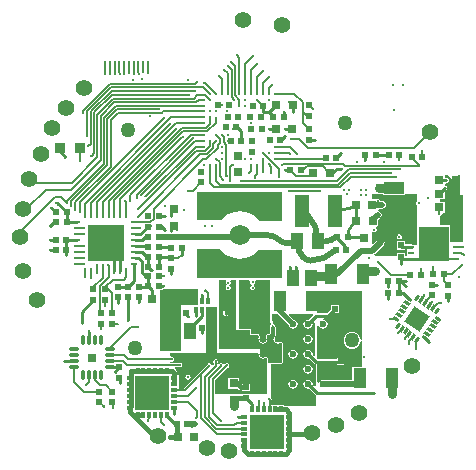
<source format=gtl>
%FSLAX25Y25*%
%MOIN*%
G70*
G01*
G75*
G04 Layer_Physical_Order=1*
G04 Layer_Color=255*
%ADD10C,0.01000*%
%ADD11C,0.00512*%
%ADD12C,0.02000*%
%ADD13R,0.00787X0.04488*%
%ADD14R,0.01969X0.01969*%
%ADD15R,0.03000X0.03000*%
%ADD16R,0.01969X0.01969*%
%ADD17R,0.03000X0.03000*%
G04:AMPARAMS|DCode=18|XSize=33.47mil|YSize=11.02mil|CornerRadius=2.76mil|HoleSize=0mil|Usage=FLASHONLY|Rotation=0.000|XOffset=0mil|YOffset=0mil|HoleType=Round|Shape=RoundedRectangle|*
%AMROUNDEDRECTD18*
21,1,0.03347,0.00551,0,0,0.0*
21,1,0.02795,0.01102,0,0,0.0*
1,1,0.00551,0.01398,-0.00276*
1,1,0.00551,-0.01398,-0.00276*
1,1,0.00551,-0.01398,0.00276*
1,1,0.00551,0.01398,0.00276*
%
%ADD18ROUNDEDRECTD18*%
G04:AMPARAMS|DCode=19|XSize=33.47mil|YSize=11.02mil|CornerRadius=2.76mil|HoleSize=0mil|Usage=FLASHONLY|Rotation=90.000|XOffset=0mil|YOffset=0mil|HoleType=Round|Shape=RoundedRectangle|*
%AMROUNDEDRECTD19*
21,1,0.03347,0.00551,0,0,90.0*
21,1,0.02795,0.01102,0,0,90.0*
1,1,0.00551,0.00276,0.01398*
1,1,0.00551,0.00276,-0.01398*
1,1,0.00551,-0.00276,-0.01398*
1,1,0.00551,-0.00276,0.01398*
%
%ADD19ROUNDEDRECTD19*%
%ADD20R,0.03150X0.03150*%
%ADD21R,0.02165X0.01260*%
%ADD22R,0.01260X0.02165*%
%ADD23R,0.11417X0.11417*%
G04:AMPARAMS|DCode=24|XSize=19.69mil|YSize=10.63mil|CornerRadius=0mil|HoleSize=0mil|Usage=FLASHONLY|Rotation=326.000|XOffset=0mil|YOffset=0mil|HoleType=Round|Shape=Rectangle|*
%AMROTATEDRECTD24*
4,1,4,-0.01113,0.00110,-0.00519,0.00991,0.01113,-0.00110,0.00519,-0.00991,-0.01113,0.00110,0.0*
%
%ADD24ROTATEDRECTD24*%

G04:AMPARAMS|DCode=25|XSize=21.65mil|YSize=10.63mil|CornerRadius=0mil|HoleSize=0mil|Usage=FLASHONLY|Rotation=326.000|XOffset=0mil|YOffset=0mil|HoleType=Round|Shape=Rectangle|*
%AMROTATEDRECTD25*
4,1,4,-0.01195,0.00165,-0.00600,0.01046,0.01195,-0.00165,0.00600,-0.01046,-0.01195,0.00165,0.0*
%
%ADD25ROTATEDRECTD25*%

%ADD26P,0.08574X4X281.0*%
G04:AMPARAMS|DCode=27|XSize=19.69mil|YSize=10.63mil|CornerRadius=0mil|HoleSize=0mil|Usage=FLASHONLY|Rotation=56.000|XOffset=0mil|YOffset=0mil|HoleType=Round|Shape=Rectangle|*
%AMROTATEDRECTD27*
4,1,4,-0.00110,-0.01113,-0.00991,-0.00519,0.00110,0.01113,0.00991,0.00519,-0.00110,-0.01113,0.0*
%
%ADD27ROTATEDRECTD27*%

G04:AMPARAMS|DCode=28|XSize=21.65mil|YSize=10.63mil|CornerRadius=0mil|HoleSize=0mil|Usage=FLASHONLY|Rotation=56.000|XOffset=0mil|YOffset=0mil|HoleType=Round|Shape=Rectangle|*
%AMROTATEDRECTD28*
4,1,4,-0.00165,-0.01195,-0.01046,-0.00600,0.00165,0.01195,0.01046,0.00600,-0.00165,-0.01195,0.0*
%
%ADD28ROTATEDRECTD28*%

%ADD29R,0.03543X0.03740*%
%ADD30C,0.01969*%
%ADD31C,0.06811*%
%ADD32R,0.04449X0.05787*%
%ADD33R,0.05079X0.10709*%
%ADD34R,0.06693X0.04331*%
%ADD35R,0.01969X0.02362*%
%ADD36R,0.04331X0.05512*%
%ADD37R,0.04331X0.06693*%
%ADD38R,0.02362X0.00984*%
%ADD39R,0.10236X0.11811*%
%ADD40C,0.02362*%
%ADD41R,0.00984X0.02362*%
%ADD42R,0.12205X0.12205*%
%ADD43R,0.01181X0.01929*%
%ADD44R,0.01181X0.02047*%
%ADD45C,0.01500*%
%ADD46C,0.03000*%
%ADD47C,0.00600*%
%ADD48C,0.05512*%
%ADD49C,0.05000*%
%ADD50C,0.01063*%
G36*
X-1225Y-31305D02*
X-1200Y-31365D01*
X-1200Y-31429D01*
X-1181Y-31475D01*
X-1135Y-31521D01*
X-1130Y-31535D01*
X-1116Y-31541D01*
X-1076Y-31580D01*
X-1071Y-31585D01*
X-1065Y-31599D01*
X-1051Y-31605D01*
X-1005Y-31651D01*
X-960Y-31670D01*
X-895D01*
X-835Y-31694D01*
X3322D01*
Y-31694D01*
Y-31694D01*
Y-31694D01*
Y-31694D01*
Y-32742D01*
Y-32806D01*
X3342Y-32856D01*
X3338Y-32909D01*
X3339Y-32909D01*
X3347Y-32918D01*
Y-32930D01*
X3392Y-32976D01*
X3417Y-33036D01*
X3430Y-33041D01*
X3430Y-33041D01*
X3448Y-33059D01*
X3465Y-33078D01*
D01*
X3470Y-33092D01*
X3524Y-33117D01*
X3566Y-33165D01*
X3569Y-33165D01*
X3569Y-33165D01*
X3570Y-33165D01*
X3572Y-33167D01*
X3572D01*
D01*
D01*
X3572Y-33167D01*
X3572Y-33167D01*
D01*
D01*
X3636Y-33171D01*
X3695Y-33198D01*
X3759Y-33202D01*
D01*
X6142Y-33320D01*
X6449Y-33715D01*
D01*
X6449Y-33715D01*
X6449Y-33716D01*
X6455Y-33749D01*
X6442Y-33780D01*
X6449Y-33796D01*
X6444Y-33812D01*
X6444Y-33814D01*
X6305Y-34022D01*
X6190Y-34600D01*
X6202Y-34663D01*
Y-34663D01*
X6247Y-34889D01*
D01*
Y-34889D01*
X6292Y-35115D01*
D01*
X6305Y-35178D01*
X6341Y-35232D01*
D01*
X6596Y-35614D01*
D01*
X6632Y-35668D01*
X6686Y-35704D01*
D01*
X7068Y-35959D01*
D01*
X7122Y-35995D01*
X7185Y-36008D01*
D01*
X7411Y-36053D01*
X7411D01*
D01*
X7637Y-36097D01*
X7637D01*
X7700Y-36110D01*
X7763Y-36097D01*
X7763D01*
X7989Y-36053D01*
D01*
X7989D01*
X8215Y-36008D01*
D01*
X8278Y-35995D01*
X8332Y-35959D01*
D01*
X8714Y-35704D01*
D01*
X8768Y-35668D01*
X8804Y-35614D01*
D01*
X9059Y-35232D01*
D01*
X9095Y-35178D01*
X9108Y-35115D01*
D01*
X9153Y-34889D01*
Y-34889D01*
D01*
X9198Y-34663D01*
Y-34663D01*
X9210Y-34600D01*
X9198Y-34537D01*
D01*
X9173Y-34413D01*
X9173Y-34413D01*
X9173Y-34412D01*
Y-34412D01*
X9153Y-34311D01*
X9153Y-34311D01*
X9153Y-34311D01*
X9153Y-34311D01*
X9129Y-34194D01*
X9095Y-34022D01*
X9059Y-33968D01*
Y-33968D01*
X9040Y-33939D01*
X9040Y-33939D01*
X8969Y-33834D01*
X8969Y-33834D01*
D01*
D01*
D01*
X8969Y-33834D01*
X8956Y-33814D01*
X8956Y-33812D01*
X8942Y-33765D01*
X8951Y-33716D01*
X8951Y-33715D01*
X9132Y-33375D01*
X9134Y-33375D01*
X9169Y-33340D01*
X9216Y-33326D01*
X9217Y-33325D01*
X9806D01*
X9866Y-33300D01*
X9930D01*
X9976Y-33254D01*
X10036Y-33230D01*
X10061Y-33170D01*
X10106Y-33124D01*
X10300Y-32656D01*
Y-32592D01*
X10325Y-32532D01*
Y-32137D01*
X10333Y-32124D01*
X10398Y-31800D01*
X10333Y-31476D01*
X10325Y-31463D01*
Y-30450D01*
X10549Y-30299D01*
X10631Y-30178D01*
X10696Y-30080D01*
X10733Y-30024D01*
X10740Y-29990D01*
X11085Y-29921D01*
Y-29921D01*
X11305Y-30178D01*
D01*
X11594Y-30610D01*
X11599Y-30640D01*
X11618Y-30667D01*
Y-30700D01*
X11629Y-30728D01*
Y-33472D01*
X11618Y-33500D01*
Y-33533D01*
X11599Y-33560D01*
X11594Y-33590D01*
X11305Y-34022D01*
X11247Y-34311D01*
X11190Y-34600D01*
X11247Y-34889D01*
D01*
Y-34889D01*
X11305Y-35178D01*
X11377Y-35285D01*
D01*
D01*
X11377Y-35298D01*
X11450Y-35480D01*
D01*
X11461Y-35507D01*
X11496Y-35543D01*
X11511Y-35591D01*
X11580Y-35628D01*
X11635Y-35684D01*
X11657Y-35684D01*
X12122Y-35995D01*
X12700Y-36110D01*
X13278Y-35995D01*
X13453Y-35878D01*
X13886Y-35921D01*
X13925Y-35942D01*
X13933Y-35942D01*
Y-35950D01*
X13950Y-35991D01*
Y-42485D01*
X13931Y-42531D01*
X13885Y-42550D01*
X9325D01*
Y-41131D01*
X9289Y-41044D01*
X9270Y-40951D01*
X9178Y-40813D01*
X9112Y-40769D01*
X9061Y-40707D01*
X8712Y-40521D01*
X8663Y-40516D01*
X8622Y-40489D01*
X8544Y-40504D01*
X8465Y-40497D01*
X8427Y-40528D01*
X8379Y-40537D01*
X8151Y-40689D01*
D01*
X7783Y-40762D01*
X7700Y-40779D01*
D01*
X7700D01*
D01*
X7700D01*
X7700D01*
D01*
X7617Y-40762D01*
D01*
X7249Y-40689D01*
D01*
X6866Y-40434D01*
X6611Y-40051D01*
X6566Y-39826D01*
X6521Y-39600D01*
Y-39600D01*
X6611Y-39149D01*
X6774Y-38905D01*
X6780Y-38873D01*
X6784Y-38871D01*
D01*
X6784D01*
Y-38871D01*
Y-38871D01*
X6784Y-38871D01*
X6784Y-38871D01*
X6784Y-38871D01*
Y-38871D01*
X6788Y-38851D01*
X6815Y-38818D01*
X6825Y-38785D01*
X6817Y-38705D01*
X6833Y-38627D01*
X6826Y-38593D01*
X6803Y-38558D01*
X6801Y-38537D01*
X6801Y-38537D01*
X6797Y-38534D01*
D01*
X6797Y-38534D01*
X6794Y-38503D01*
X6785Y-38486D01*
X6785Y-38486D01*
X6596Y-38132D01*
X6596Y-38132D01*
X6596Y-38132D01*
Y-38132D01*
Y-38132D01*
X6571Y-38107D01*
D01*
X6571Y-38107D01*
X6571D01*
X6555Y-38094D01*
X6539Y-38055D01*
X6514Y-38030D01*
X6440Y-38000D01*
X6379Y-37950D01*
X-6950D01*
Y-14750D01*
X-4717D01*
X-4693Y-14787D01*
X-4476Y-15191D01*
X-4633Y-15426D01*
X-4698Y-15750D01*
X-4633Y-16074D01*
X-4450Y-16350D01*
X-4450Y-16350D01*
X-4450D01*
X-4437Y-16364D01*
X-4499Y-16801D01*
X-4683Y-17076D01*
X-4748Y-17400D01*
X-4683Y-17724D01*
X-4499Y-18000D01*
X-4224Y-18183D01*
X-3900Y-18248D01*
X-3576Y-18183D01*
X-3300Y-18000D01*
X-3117Y-17724D01*
X-3052Y-17400D01*
X-3117Y-17076D01*
X-3300Y-16801D01*
X-3300Y-16801D01*
X-3300D01*
X-3525Y-16533D01*
Y-16533D01*
X-3250Y-16350D01*
X-3067Y-16074D01*
X-3002Y-15750D01*
X-3067Y-15426D01*
X-3224Y-15191D01*
X-3008Y-14787D01*
X-2983Y-14750D01*
X-1225D01*
Y-31305D01*
D02*
G37*
G36*
X10000Y-30450D02*
Y-31463D01*
Y-32137D01*
Y-32468D01*
Y-32532D01*
X9806Y-33000D01*
Y-33000D01*
D01*
X9217D01*
X9174Y-33018D01*
X9169Y-33015D01*
D01*
D01*
D01*
Y-33015D01*
X9169Y-33015D01*
D01*
D01*
D01*
Y-33015D01*
X9169Y-33015D01*
X9169Y-33015D01*
X9160Y-33019D01*
X9121Y-33015D01*
X9074Y-33029D01*
X9025Y-33070D01*
X9011Y-33074D01*
X9010Y-33075D01*
X9009D01*
X9008Y-33076D01*
X8997Y-33086D01*
X8939Y-33110D01*
X8904Y-33145D01*
X8890Y-33181D01*
X8882Y-33187D01*
X8882Y-33187D01*
X8882Y-33193D01*
X8882D01*
Y-33193D01*
X8846Y-33222D01*
X8665Y-33562D01*
X8660Y-33608D01*
X8655Y-33612D01*
X8655Y-33612D01*
X8655Y-33612D01*
D01*
X8654Y-33621D01*
X8633Y-33653D01*
X8623Y-33701D01*
X8626Y-33715D01*
X8636Y-33763D01*
X8632Y-33778D01*
X8632Y-33778D01*
X8632D01*
X8632Y-33778D01*
X8632Y-33778D01*
X8633Y-33779D01*
X8633Y-33780D01*
Y-33780D01*
X8633Y-33780D01*
D01*
X8633Y-33781D01*
X8637Y-33796D01*
X8631Y-33859D01*
X8645Y-33906D01*
X8670Y-33936D01*
X8672Y-33945D01*
X8672Y-33945D01*
X8677Y-33949D01*
X8679Y-33979D01*
X8679Y-33979D01*
X8684Y-33983D01*
X8686Y-33994D01*
X8699Y-34014D01*
X8699Y-34014D01*
X8699Y-34014D01*
X8770Y-34120D01*
X8770Y-34120D01*
X8770Y-34120D01*
X8789Y-34149D01*
Y-34149D01*
D01*
X8811Y-34257D01*
X8811Y-34257D01*
X8811D01*
X8834Y-34374D01*
X8834Y-34374D01*
X8834Y-34374D01*
X8854Y-34476D01*
X8854Y-34476D01*
X8854Y-34476D01*
X8879Y-34600D01*
D01*
Y-34600D01*
D01*
Y-34600D01*
X8834Y-34826D01*
X8789Y-35051D01*
X8534Y-35434D01*
X8151Y-35689D01*
X7926Y-35734D01*
X7700Y-35779D01*
D01*
X7700D01*
D01*
X7700D01*
X7474Y-35734D01*
X7249Y-35689D01*
X6866Y-35434D01*
X6611Y-35051D01*
X6566Y-34826D01*
X6521Y-34600D01*
Y-34600D01*
X6611Y-34149D01*
X6714Y-33994D01*
X6724Y-33945D01*
X6749Y-33920D01*
D01*
D01*
D01*
X6749Y-33920D01*
X6749Y-33920D01*
X6750Y-33912D01*
X6755Y-33906D01*
X6760Y-33890D01*
X6756Y-33853D01*
X6762Y-33800D01*
X6767Y-33781D01*
X6767Y-33780D01*
X6767Y-33779D01*
X6765Y-33767D01*
X6765Y-33766D01*
X6771Y-33755D01*
X6768Y-33742D01*
X6769Y-33725D01*
X6774Y-33715D01*
X6774Y-33715D01*
Y-33715D01*
D01*
X6771Y-33708D01*
X6774Y-33686D01*
Y-33686D01*
X6767Y-33653D01*
X6755Y-33635D01*
Y-33625D01*
X6736Y-33606D01*
X6729Y-33586D01*
X6719Y-33535D01*
Y-33535D01*
X6710Y-33529D01*
X6705Y-33515D01*
X6453Y-33192D01*
X6398Y-33121D01*
D01*
X6398Y-33121D01*
Y-33121D01*
X6398Y-33121D01*
X6398Y-33121D01*
D01*
X6387Y-33114D01*
X6382Y-33102D01*
X6280Y-33054D01*
X6182Y-32998D01*
X6169Y-33001D01*
X6158Y-32996D01*
X3776Y-32877D01*
X3767Y-32877D01*
X3711Y-32874D01*
X3711D01*
X3711D01*
X3706Y-32860D01*
X3689Y-32842D01*
X3681Y-32838D01*
X3678Y-32830D01*
X3660Y-32812D01*
X3647Y-32806D01*
D01*
X3647Y-32806D01*
Y-31370D01*
X-350D01*
Y-14750D01*
X3165D01*
X3448Y-15279D01*
X3417Y-15326D01*
X3352Y-15650D01*
X3417Y-15974D01*
X3601Y-16250D01*
X3875Y-16433D01*
X3876Y-16433D01*
X3650Y-16801D01*
X3650Y-16801D01*
X3650D01*
X3467Y-17076D01*
X3402Y-17400D01*
X3467Y-17724D01*
X3650Y-18000D01*
X3926Y-18183D01*
X4250Y-18248D01*
X4574Y-18183D01*
X4849Y-18000D01*
X5033Y-17724D01*
X5098Y-17400D01*
X5033Y-17076D01*
X4849Y-16801D01*
X4574Y-16617D01*
D01*
D01*
X4800Y-16250D01*
X4800Y-16250D01*
X4800D01*
X4983Y-15974D01*
X5048Y-15650D01*
X4983Y-15326D01*
X4952Y-15279D01*
X5235Y-14750D01*
X10000D01*
Y-30450D01*
D02*
G37*
G36*
X-13950Y-21003D02*
X-14366Y-21281D01*
X-14656Y-21161D01*
X-15081Y-21337D01*
X-15257Y-21763D01*
X-15081Y-22188D01*
X-15076Y-22194D01*
X-14676Y-22359D01*
Y-22359D01*
X-14676D01*
X-14650Y-22370D01*
X-14366Y-22253D01*
X-13950Y-22530D01*
Y-23222D01*
X-19731D01*
Y-38700D01*
X-26800D01*
Y-18102D01*
X-25771D01*
Y-18000D01*
X-13950D01*
Y-21003D01*
D02*
G37*
G36*
X24485Y-26662D02*
X22997Y-28149D01*
X22700Y-28090D01*
X22122Y-28205D01*
X21632Y-28532D01*
X21305Y-29022D01*
X21190Y-29600D01*
X21305Y-30178D01*
X21632Y-30668D01*
X22122Y-30995D01*
X22700Y-31110D01*
X23278Y-30995D01*
X23768Y-30668D01*
X24095Y-30178D01*
X24210Y-29600D01*
X24151Y-29303D01*
X24538Y-28916D01*
X25000Y-29107D01*
Y-35700D01*
Y-40093D01*
X24538Y-40284D01*
X24151Y-39897D01*
X24210Y-39600D01*
X24095Y-39022D01*
X23768Y-38532D01*
X23278Y-38205D01*
X22700Y-38090D01*
X22122Y-38205D01*
X21632Y-38532D01*
X21305Y-39022D01*
X21190Y-39600D01*
X21305Y-40178D01*
X21632Y-40668D01*
X22122Y-40995D01*
X22700Y-41110D01*
X22997Y-41051D01*
X24623Y-42677D01*
X24623Y-42677D01*
X24782Y-42783D01*
X24888Y-42854D01*
X25000Y-42876D01*
X25200Y-42916D01*
X25350D01*
Y-50058D01*
X24934Y-50336D01*
X24675Y-50228D01*
X24538Y-50284D01*
X24340Y-50086D01*
X24151Y-49897D01*
X24210Y-49600D01*
X24095Y-49022D01*
X23768Y-48532D01*
X23278Y-48205D01*
X22700Y-48090D01*
X22122Y-48205D01*
X21632Y-48532D01*
X21305Y-49022D01*
X21190Y-49600D01*
X21305Y-50178D01*
X21632Y-50668D01*
X22122Y-50995D01*
X22700Y-51110D01*
X22997Y-51051D01*
X25023Y-53077D01*
X25288Y-53254D01*
X25350Y-53266D01*
Y-53316D01*
Y-56900D01*
Y-56900D01*
X14754D01*
Y-56800D01*
Y-56635D01*
X12894D01*
D01*
D01*
X12894Y-56635D01*
X12786D01*
Y-56635D01*
X10926D01*
D01*
D01*
X10926Y-56635D01*
X10817D01*
D01*
X10489Y-56635D01*
Y-54895D01*
X10548Y-54600D01*
X10483Y-54276D01*
X10300Y-54001D01*
Y-42875D01*
X13885D01*
X13945Y-42850D01*
X14010Y-42850D01*
X14055Y-42831D01*
X14101Y-42785D01*
X14115Y-42780D01*
X14121Y-42766D01*
X14161Y-42726D01*
D01*
X14166Y-42721D01*
X14180Y-42715D01*
X14185Y-42701D01*
X14231Y-42655D01*
X14250Y-42610D01*
Y-42545D01*
X14275Y-42485D01*
Y-41200D01*
Y-35991D01*
X14257Y-35950D01*
X14257D01*
X14257Y-35950D01*
Y-35942D01*
X14255Y-35936D01*
X14255Y-35936D01*
X14250Y-35924D01*
Y-35867D01*
X14233Y-35826D01*
X14201Y-35794D01*
X14184Y-35736D01*
X14184Y-35736D01*
X14183Y-35736D01*
X14169Y-35728D01*
X14162Y-35713D01*
X14131Y-35700D01*
D01*
X14107Y-35690D01*
X14078Y-35655D01*
X14039Y-35634D01*
X13982Y-35629D01*
X13965Y-35619D01*
X13957Y-35618D01*
D01*
X13957D01*
X13957Y-35618D01*
X13917Y-35597D01*
X13485Y-35555D01*
X13380Y-35587D01*
X13273Y-35608D01*
X13151Y-35689D01*
X13097Y-35700D01*
X12303D01*
X12249Y-35689D01*
X11837Y-35414D01*
X11822Y-35411D01*
X11812Y-35401D01*
X11765Y-35381D01*
X11755Y-35369D01*
X11678Y-35177D01*
X11657Y-35155D01*
X11647Y-35105D01*
X11611Y-35051D01*
X11566Y-34826D01*
X11566D01*
X11566Y-34374D01*
Y-34374D01*
X11863Y-33770D01*
X11864Y-33770D01*
X11863Y-33770D01*
X11869Y-33741D01*
D01*
X11888Y-33713D01*
X11895Y-33679D01*
X11912Y-33653D01*
X11918Y-33624D01*
D01*
X11918Y-33624D01*
D01*
D01*
D01*
D01*
X11918Y-33624D01*
X11918Y-33624D01*
X11918Y-33624D01*
Y-33624D01*
X11929Y-33596D01*
Y-33581D01*
X11943Y-33533D01*
X11943Y-33533D01*
X11943Y-33533D01*
Y-33520D01*
X11954Y-33472D01*
X11954Y-33472D01*
X11954Y-33472D01*
Y-30728D01*
X11943Y-30700D01*
Y-30667D01*
X11929Y-30635D01*
Y-30604D01*
X11918Y-30576D01*
D01*
X11918D01*
D01*
X11918D01*
Y-30576D01*
D01*
X11918Y-30576D01*
X11912Y-30547D01*
X11906Y-30538D01*
X11906Y-30538D01*
X11895Y-30522D01*
X11895Y-30522D01*
X11895Y-30522D01*
X11894Y-30519D01*
X11888Y-30487D01*
X11869Y-30459D01*
X11869Y-30459D01*
X11869D01*
X11863Y-30430D01*
X11575Y-29998D01*
X11558Y-29986D01*
X11552Y-29967D01*
X11332Y-29710D01*
X11320Y-29704D01*
X11315Y-29692D01*
X11284Y-29679D01*
X11265Y-29651D01*
X11184Y-29635D01*
X11110Y-29597D01*
Y-29597D01*
D01*
X10881Y-28894D01*
X10750Y-28237D01*
Y-26200D01*
X12786D01*
X16191Y-29605D01*
X16305Y-30178D01*
X16632Y-30668D01*
X17122Y-30995D01*
X17700Y-31110D01*
X18278Y-30995D01*
X18768Y-30668D01*
X19095Y-30178D01*
X19210Y-29600D01*
X19095Y-29022D01*
X18768Y-28532D01*
X18278Y-28205D01*
X17705Y-28091D01*
X16276Y-26662D01*
X16467Y-26200D01*
X24293D01*
X24485Y-26662D01*
D02*
G37*
G36*
X40700Y-34792D02*
X40201Y-34825D01*
D01*
X40201Y-34825D01*
Y-34825D01*
D01*
X40128Y-34269D01*
X39846Y-33588D01*
X39397Y-33003D01*
X38812Y-32554D01*
X38131Y-32272D01*
X37400Y-32176D01*
X36669Y-32272D01*
X35988Y-32554D01*
X35403Y-33003D01*
X34954Y-33588D01*
X34672Y-34269D01*
X34576Y-35000D01*
X34672Y-35731D01*
X34954Y-36412D01*
X35403Y-36997D01*
X35988Y-37446D01*
X36669Y-37728D01*
X37400Y-37824D01*
X38131Y-37728D01*
X38812Y-37446D01*
X39397Y-36997D01*
X39846Y-36412D01*
X40128Y-35731D01*
X40201Y-35175D01*
X40700Y-35208D01*
Y-43804D01*
X37470D01*
Y-48274D01*
X28382D01*
X28278Y-48205D01*
X27700Y-48090D01*
X27122Y-48205D01*
X26632Y-48532D01*
X26305Y-49022D01*
X26298Y-49058D01*
X25800Y-49009D01*
Y-42916D01*
X32247D01*
Y-43313D01*
X34816D01*
Y-40745D01*
X32247D01*
Y-41284D01*
X25800D01*
Y-30191D01*
X26298Y-30141D01*
X26305Y-30178D01*
X26632Y-30668D01*
X27122Y-30995D01*
X27700Y-31110D01*
X28278Y-30995D01*
X28768Y-30668D01*
X29095Y-30178D01*
X29210Y-29600D01*
X29095Y-29022D01*
X28768Y-28532D01*
X28278Y-28205D01*
X27818Y-28113D01*
X27867Y-27616D01*
X29400D01*
X29400Y-27616D01*
X29712Y-27554D01*
X29977Y-27377D01*
X31551Y-25803D01*
X32963D01*
Y-23234D01*
X30395D01*
Y-24652D01*
X29062Y-25984D01*
X25800D01*
Y-22296D01*
X25902Y-22050D01*
X25800Y-21804D01*
Y-18700D01*
X40700D01*
Y-34792D01*
D02*
G37*
G36*
X14140Y14560D02*
Y4760D01*
X6426D01*
X6434Y4766D01*
X5682Y5682D01*
X4461Y6684D01*
X3069Y7428D01*
X1558Y7886D01*
X-14Y8041D01*
X-1585Y7886D01*
X-3096Y7428D01*
X-4489Y6684D01*
X-5709Y5682D01*
X-6281Y4985D01*
X-6300Y5000D01*
X-14200D01*
Y14600D01*
X14100D01*
X14140Y14560D01*
D02*
G37*
G36*
X58969Y11462D02*
X58951Y11450D01*
X58767Y11174D01*
X58702Y10850D01*
X58767Y10526D01*
X58951Y10250D01*
X58969Y10238D01*
Y-3092D01*
X58969D01*
X58651D01*
X58615Y-3092D01*
X58615Y-3092D01*
Y-3092D01*
X57599D01*
X57582Y-3081D01*
X57270Y-3019D01*
X55084D01*
Y-1900D01*
X52516D01*
Y-4863D01*
X55084D01*
Y-4650D01*
X55689D01*
X55689Y-4676D01*
X55689D01*
X55689Y-5061D01*
X55689D01*
Y-6372D01*
X55689Y-6372D01*
X55689D01*
X55689Y-6645D01*
X55608Y-6725D01*
X55084D01*
Y-5837D01*
X52516D01*
Y-6725D01*
X44919D01*
X44773Y-6247D01*
X44937Y-6137D01*
X47894Y-3180D01*
X48181Y-2750D01*
X48282Y-2243D01*
Y-975D01*
X48181Y-467D01*
X47894Y-38D01*
X47464Y250D01*
X46957Y351D01*
X46450Y250D01*
X46020Y-38D01*
X45732Y-467D01*
X45631Y-975D01*
Y-1694D01*
X44381Y-2945D01*
X43918Y-2754D01*
Y992D01*
X44359Y1228D01*
X44526Y1117D01*
X44850Y1052D01*
X45174Y1117D01*
X45450Y1300D01*
X45633Y1576D01*
X45698Y1900D01*
X45633Y2224D01*
X45450Y2499D01*
X45387Y2541D01*
X45532Y3020D01*
X46024D01*
Y5049D01*
X46837Y5863D01*
X47125Y6293D01*
X47225Y6800D01*
X47125Y7307D01*
X47042Y7431D01*
X47033Y7474D01*
X46850Y7750D01*
X46574Y7933D01*
X46531Y7942D01*
X46407Y8025D01*
X46277Y8050D01*
X46174Y8567D01*
X46450Y8750D01*
X46546Y8894D01*
X47251D01*
X47350Y8874D01*
X47857Y8975D01*
X48287Y9263D01*
X48575Y9693D01*
X48676Y10200D01*
X48575Y10707D01*
X48287Y11137D01*
X48267Y11157D01*
X47837Y11444D01*
X47330Y11545D01*
X46699D01*
X46683Y11624D01*
X46499Y11900D01*
X46224Y12083D01*
X45900Y12148D01*
X45576Y12083D01*
X45481Y12020D01*
X43918D01*
Y13775D01*
X47754D01*
Y13350D01*
X55046D01*
Y13775D01*
X58969D01*
Y11462D01*
D02*
G37*
G36*
X73400Y13450D02*
X74450D01*
Y-2250D01*
X70068D01*
Y3306D01*
X66816D01*
Y6328D01*
X67000Y6451D01*
X67183Y6726D01*
X67248Y7050D01*
X67219Y7194D01*
X67536Y7580D01*
X68227D01*
Y11180D01*
X66816D01*
Y12080D01*
X68227D01*
Y13450D01*
X68350D01*
Y14650D01*
X68665Y14965D01*
X68674Y14967D01*
X68950Y15150D01*
X69133Y15426D01*
X69198Y15750D01*
X69133Y16074D01*
X68950Y16350D01*
X68674Y16533D01*
X68350Y16598D01*
Y17208D01*
X68736Y17525D01*
X68850Y17502D01*
X69174Y17567D01*
X69450Y17751D01*
X69633Y18026D01*
X69698Y18350D01*
X69633Y18674D01*
X69450Y18949D01*
X69174Y19133D01*
X68850Y19198D01*
X68835Y19195D01*
X68830Y19196D01*
X68350D01*
Y19950D01*
X69203D01*
X71350Y17803D01*
X71615Y17627D01*
X71927Y17564D01*
X72239Y17627D01*
X72504Y17803D01*
X72680Y18068D01*
X72742Y18380D01*
X72680Y18692D01*
X72528Y18920D01*
Y19373D01*
X72462Y19534D01*
X72739Y19950D01*
X73400D01*
Y13450D01*
D02*
G37*
G36*
X-7800Y-39300D02*
X5944D01*
X6190Y-39600D01*
X6202Y-39663D01*
Y-39663D01*
X6247Y-39889D01*
D01*
Y-39889D01*
X6292Y-40115D01*
D01*
X6305Y-40178D01*
X6341Y-40232D01*
D01*
X6596Y-40614D01*
D01*
X6632Y-40668D01*
X6686Y-40704D01*
D01*
X7068Y-40959D01*
D01*
X7122Y-40995D01*
X7185Y-41008D01*
D01*
X7553Y-41081D01*
X7637Y-41098D01*
X7637D01*
X7700Y-41110D01*
X7763Y-41098D01*
X7763D01*
X7847Y-41081D01*
X8146Y-41021D01*
X8278Y-40995D01*
X8332Y-40959D01*
D01*
X8542Y-40819D01*
X8559Y-40813D01*
X8577Y-40817D01*
X8851Y-40963D01*
X8861Y-40975D01*
X8904Y-40998D01*
X8931Y-41039D01*
X8944Y-41047D01*
X8964Y-41078D01*
X8970Y-41107D01*
X8988Y-41135D01*
Y-41168D01*
X9000Y-41196D01*
Y-42550D01*
Y-52850D01*
X-8348D01*
Y-48149D01*
X-4396Y-44197D01*
X-4076Y-44133D01*
X-3801Y-43949D01*
X-3617Y-43674D01*
X-3552Y-43350D01*
X-3617Y-43026D01*
X-3801Y-42750D01*
X-4076Y-42567D01*
X-4400Y-42502D01*
X-4724Y-42567D01*
X-5000Y-42750D01*
X-5050Y-42826D01*
X-5550D01*
X-5601Y-42750D01*
X-5876Y-42567D01*
X-6200Y-42502D01*
X-6524Y-42567D01*
X-6799Y-42750D01*
X-6880Y-42870D01*
X-7379Y-42853D01*
X-7498Y-42646D01*
X-7317Y-42374D01*
X-7252Y-42050D01*
X-7317Y-41726D01*
X-7501Y-41451D01*
X-7776Y-41267D01*
X-8100Y-41202D01*
X-8424Y-41267D01*
X-8699Y-41451D01*
X-8883Y-41726D01*
X-8948Y-42050D01*
X-8883Y-42374D01*
X-8702Y-42646D01*
Y-43067D01*
X-9103Y-43364D01*
X-9323Y-43298D01*
X-9367Y-43076D01*
X-9550Y-42801D01*
X-9826Y-42617D01*
X-10150Y-42552D01*
X-10474Y-42617D01*
X-10750Y-42801D01*
X-10933Y-43076D01*
X-10997Y-43396D01*
X-13476Y-45875D01*
X-13476Y-45875D01*
X-18665Y-51064D01*
X-20439D01*
X-20439Y-50586D01*
D01*
Y-50477D01*
X-20439D01*
Y-48617D01*
D01*
Y-48617D01*
X-20439Y-48617D01*
Y-48509D01*
X-20439D01*
Y-46649D01*
X-20829D01*
Y-45750D01*
X-20911Y-45340D01*
X-21143Y-44993D01*
X-21143Y-44993D01*
X-21775Y-44361D01*
X-21821Y-44330D01*
X-21676Y-43852D01*
X-20571D01*
X-20374Y-43983D01*
X-20050Y-44048D01*
X-19726Y-43983D01*
X-19451Y-43799D01*
X-19267Y-43524D01*
X-19202Y-43200D01*
X-19267Y-42876D01*
X-19451Y-42601D01*
X-19726Y-42417D01*
X-20050Y-42352D01*
X-20374Y-42417D01*
X-20650Y-42601D01*
X-20681Y-42648D01*
X-22922D01*
X-23157Y-42207D01*
X-23091Y-42108D01*
X-23064Y-42085D01*
X-22750Y-42148D01*
X-22426Y-42083D01*
X-22151Y-41899D01*
X-21967Y-41624D01*
X-21902Y-41300D01*
X-21967Y-40976D01*
X-22151Y-40701D01*
X-22426Y-40517D01*
X-22750Y-40452D01*
X-23064Y-40515D01*
X-23091Y-40492D01*
X-23450Y-39955D01*
Y-39300D01*
X-11300D01*
Y-23800D01*
X-7800D01*
Y-39300D01*
D02*
G37*
G36*
X-6493Y-4495D02*
X-5742Y-5411D01*
X-4521Y-6413D01*
X-3128Y-7157D01*
X-1617Y-7615D01*
X-46Y-7770D01*
X1525Y-7615D01*
X3036Y-7157D01*
X4429Y-6413D01*
X5649Y-5411D01*
X6221Y-4714D01*
X6240Y-4729D01*
X14140D01*
Y-14329D01*
X-14160D01*
X-14200Y-14289D01*
Y-4489D01*
X-6486D01*
X-6493Y-4495D01*
D02*
G37*
%LPC*%
G36*
X-17300Y-46402D02*
X-17624Y-46467D01*
X-17899Y-46650D01*
X-18083Y-46926D01*
X-18148Y-47250D01*
X-18083Y-47574D01*
X-17899Y-47850D01*
X-17624Y-48033D01*
X-17300Y-48098D01*
X-16976Y-48033D01*
X-16701Y-47850D01*
X-16517Y-47574D01*
X-16452Y-47250D01*
X-16517Y-46926D01*
X-16701Y-46650D01*
X-16976Y-46467D01*
X-17300Y-46402D01*
D02*
G37*
G36*
X7700Y-48848D02*
X7275Y-49025D01*
X7098Y-49450D01*
X7275Y-49876D01*
X7400Y-50001D01*
X7799Y-50166D01*
D01*
D01*
Y-50166D01*
D01*
D01*
D01*
X7799D01*
X7825Y-50177D01*
X8251Y-50001D01*
D01*
D01*
D01*
D01*
D01*
D01*
D01*
D01*
X8427Y-49575D01*
X8416Y-49549D01*
D01*
D01*
D01*
D01*
X8416D01*
D01*
D01*
D01*
X8251Y-49150D01*
X8125Y-49025D01*
X7700Y-48848D01*
D02*
G37*
G36*
X-270Y-47526D02*
X-3870D01*
Y-51126D01*
X-688D01*
X-557Y-51257D01*
X-557Y-51257D01*
X-210Y-51489D01*
X200Y-51571D01*
X200Y-51571D01*
X784D01*
Y-51985D01*
X3352D01*
Y-49417D01*
X784D01*
Y-49429D01*
X643D01*
X-217Y-48569D01*
X-270Y-48534D01*
Y-47526D01*
D02*
G37*
G36*
X17700Y-48090D02*
X17122Y-48205D01*
X16632Y-48532D01*
X16305Y-49022D01*
X16190Y-49600D01*
X16305Y-50178D01*
X16632Y-50668D01*
X17122Y-50995D01*
X17700Y-51110D01*
X18278Y-50995D01*
X18768Y-50668D01*
X19095Y-50178D01*
X19210Y-49600D01*
X19095Y-49022D01*
X18768Y-48532D01*
X18278Y-48205D01*
X17700Y-48090D01*
D02*
G37*
G36*
X22700Y-43090D02*
X22122Y-43205D01*
X21632Y-43532D01*
X21305Y-44022D01*
X21190Y-44600D01*
X21305Y-45178D01*
X21632Y-45668D01*
X22122Y-45995D01*
X22700Y-46110D01*
X23278Y-45995D01*
X23768Y-45668D01*
X24095Y-45178D01*
X24210Y-44600D01*
X24095Y-44022D01*
X23768Y-43532D01*
X23278Y-43205D01*
X22700Y-43090D01*
D02*
G37*
G36*
X7465Y-19401D02*
X7398Y-19428D01*
D01*
X7006Y-19591D01*
X6296Y-20300D01*
X6056Y-20201D01*
Y-20201D01*
D01*
D01*
Y-20201D01*
X6056D01*
X5965Y-20163D01*
X5539Y-20339D01*
X5502Y-20431D01*
X5502D01*
D01*
Y-20431D01*
X5502D01*
D01*
X5363Y-20765D01*
Y-21435D01*
X5316Y-21550D01*
X5363Y-21665D01*
Y-22050D01*
X5539Y-22476D01*
X5965Y-22652D01*
X6390Y-22476D01*
X6567Y-22050D01*
Y-21867D01*
X7924Y-20509D01*
X8087Y-20117D01*
X8087D01*
Y-20117D01*
Y-20117D01*
X8087D01*
X8087D01*
X8114Y-20050D01*
X7924Y-19591D01*
D01*
D01*
D01*
D01*
X7465Y-19401D01*
D02*
G37*
G36*
X53150Y348D02*
X52826Y283D01*
X52551Y100D01*
X52367Y-176D01*
X52302Y-500D01*
X52367Y-824D01*
X52551Y-1099D01*
X52826Y-1283D01*
X53150Y-1348D01*
X53474Y-1283D01*
X53750Y-1099D01*
X53933Y-824D01*
X53998Y-500D01*
X53933Y-176D01*
X53750Y100D01*
X53474Y283D01*
X53150Y348D01*
D02*
G37*
G36*
X-3100Y-20698D02*
X-3525Y-20875D01*
X-3576Y-20924D01*
X-3714Y-21259D01*
X-4192Y-21404D01*
X-4353Y-21296D01*
X-4665Y-21234D01*
X-4977Y-21296D01*
X-5242Y-21473D01*
X-5418Y-21738D01*
X-5481Y-22050D01*
Y-26115D01*
X-5418Y-26427D01*
X-5242Y-26692D01*
X-4977Y-26869D01*
X-4665Y-26931D01*
X-4353Y-26869D01*
X-4088Y-26692D01*
X-3911Y-26427D01*
X-3849Y-26115D01*
Y-22112D01*
X-3717Y-22024D01*
X-3217Y-21924D01*
X-3150Y-21952D01*
X-2725Y-21776D01*
X-2675Y-21725D01*
X-2498Y-21300D01*
X-2675Y-20875D01*
X-3100Y-20698D01*
D02*
G37*
G36*
X17700Y-38090D02*
X17122Y-38205D01*
X16632Y-38532D01*
X16305Y-39022D01*
X16190Y-39600D01*
X16305Y-40178D01*
X16632Y-40668D01*
X17122Y-40995D01*
X17700Y-41110D01*
X18278Y-40995D01*
X18768Y-40668D01*
X19095Y-40178D01*
X19210Y-39600D01*
X19095Y-39022D01*
X18768Y-38532D01*
X18278Y-38205D01*
X17700Y-38090D01*
D02*
G37*
G36*
X22700Y-33090D02*
X22122Y-33205D01*
X21713Y-33479D01*
X21632Y-33532D01*
X21305Y-34022D01*
X21190Y-34600D01*
X21305Y-35178D01*
X21632Y-35668D01*
X22122Y-35995D01*
X22700Y-36110D01*
X23278Y-35995D01*
X23768Y-35668D01*
X24095Y-35178D01*
X24210Y-34600D01*
X24095Y-34022D01*
X23768Y-33532D01*
X23750Y-33520D01*
X23278Y-33205D01*
X22700Y-33090D01*
D02*
G37*
%LPD*%
D10*
X37688Y3784D02*
G03*
X35921Y-482I4266J-4266D01*
G01*
X35048Y8739D02*
G03*
X38624Y10220I0J5056D01*
G01*
X35471Y-4782D02*
G03*
X34936Y-3490I-1827J0D01*
G01*
X18800Y-12100D02*
Y-10550D01*
X16650Y-12000D02*
Y-10450D01*
X47450Y26650D02*
X49347D01*
X45604D02*
X47450D01*
X69482Y-21768D02*
Y-20122D01*
X-14650Y-26900D02*
Y-24800D01*
X57170Y-7821D02*
X60021D01*
X53800Y-9550D02*
Y-8150D01*
X54129Y-7821D02*
X57170D01*
X32300Y22150D02*
X33800D01*
X30830Y20680D02*
X32300Y22150D01*
X14900Y21650D02*
X16819D01*
X53534Y-3834D02*
X57270D01*
X-22850Y1450D02*
Y2550D01*
X-600Y-60479D02*
X1521D01*
X-22900Y6300D02*
Y8250D01*
X-26450Y3250D02*
X-25050Y1850D01*
X35921Y-482D02*
X41282D01*
X38624Y4474D02*
Y10220D01*
X7650Y41232D02*
Y42850D01*
X41829Y24971D02*
Y27232D01*
X-63300Y3100D02*
X-61982Y4418D01*
X-62850Y9170D02*
X-61298Y7618D01*
X22700Y-49600D02*
X25600Y-52500D01*
X44700D01*
X3982Y-58018D02*
Y-56158D01*
X29400Y-26800D02*
X31300Y-24900D01*
X25500Y-26800D02*
X29400D01*
X22700Y-29600D02*
X25500Y-26800D01*
X61663Y-34261D02*
X63050Y-35649D01*
X49406Y-17144D02*
Y-15368D01*
Y-21094D02*
Y-19268D01*
X52949D02*
Y-15500D01*
X53300Y-15368D02*
X55468D01*
X53850Y-15500D02*
X55350Y-17000D01*
X54468Y-19268D02*
X56438Y-21239D01*
X52949Y-19268D02*
X54468D01*
X64082Y-16456D02*
X65644D01*
X31701Y8739D02*
X35048D01*
X31978Y-532D02*
X34936Y-3490D01*
X-50334Y-35344D02*
Y-32316D01*
X-58584Y-41784D02*
X-55256D01*
X-43444Y-43753D02*
X-40547D01*
X25200Y-42100D02*
X32900D01*
X22700Y-39600D02*
X25200Y-42100D01*
X-4665Y-26115D02*
Y-22050D01*
X7650Y41232D02*
X9700D01*
Y35350D02*
X11854D01*
X-29300Y-21082D02*
X-29206Y-21175D01*
X-29300Y-21082D02*
Y-18117D01*
X-30598Y-16818D02*
X-29300Y-18117D01*
X-30936Y-17156D02*
X-30598Y-16818D01*
X-33718Y-17156D02*
X-30936D01*
X-35335Y-9498D02*
X-35300Y-9533D01*
Y-15087D02*
Y-9533D01*
X-37368Y-17156D02*
X-35300Y-15087D01*
X-40618Y-17156D02*
X-37368D01*
X-32800Y-12300D02*
Y-8587D01*
Y-12300D02*
X-31481Y-13618D01*
X-30598D01*
X-33857Y-7530D02*
X-32800Y-8587D01*
X-30598Y-16818D02*
Y-13618D01*
X-34835Y-7530D02*
X-33857D01*
X-30598Y-10418D02*
Y-7218D01*
X-30881D02*
X-30598D01*
X-32538Y-5561D02*
X-30881Y-7218D01*
X-34835Y-5561D02*
X-32538D01*
X-31024Y-3593D02*
X-30598Y-4018D01*
X-34835Y-3593D02*
X-31024D01*
X-31718Y-718D02*
X-30598D01*
X-32624Y-1624D02*
X-31718Y-718D01*
X-34835Y-1624D02*
X-32624D01*
X-33136Y344D02*
X-30598Y2882D01*
X-34835Y344D02*
X-33136D01*
X-57755Y4418D02*
Y7618D01*
X-57618Y4281D02*
X-54232D01*
X-57805Y-1632D02*
X-54240D01*
X-57805Y-4832D02*
Y-1632D01*
X-27055Y-7218D02*
X-23998D01*
X-27055Y-10418D02*
Y-7218D01*
X-12682Y-21768D02*
Y-19900D01*
X66427Y13880D02*
X68297Y15750D01*
X66427Y18380D02*
X68830D01*
X-27055Y-4018D02*
X-22768D01*
X-19378Y-6478D02*
Y-4068D01*
X-27055Y6382D02*
X-25068D01*
X-23082Y-12932D02*
Y-11094D01*
X-30598Y-10418D02*
X-29500Y-11550D01*
X-29450D01*
X-27055Y-16818D02*
X-25618D01*
X-41831Y-12057D02*
Y-7231D01*
X-44081Y-3270D02*
X-40975Y-6375D01*
X-39862Y-12057D02*
Y-7738D01*
X-60987Y10850D02*
X-57755Y7618D01*
X-63182Y-4832D02*
X-61348D01*
X-63150Y-1650D02*
X-61366D01*
X-63150D02*
Y-1600D01*
X9700Y41232D02*
X12000Y43532D01*
X9700Y41232D02*
X11500Y39432D01*
X14699Y39332D02*
Y40949D01*
X14880Y35370D02*
X17374D01*
X13632Y31632D02*
X15050Y33050D01*
X-57805Y-6695D02*
Y-4832D01*
X17574Y41174D02*
Y43570D01*
X-41786Y-45518D02*
X-40298Y-44030D01*
X-40113Y-49183D02*
Y-47444D01*
X-40618Y-22519D02*
Y-20699D01*
X-33718Y-22354D02*
Y-20699D01*
X-37368Y-28367D02*
Y-20699D01*
X23141Y31800D02*
X25000D01*
X32171Y25868D02*
X33650Y27347D01*
X-60097Y27946D02*
X-58250Y26100D01*
X-22100Y-59400D02*
Y-57600D01*
X-24282Y-60231D02*
X-20994Y-63518D01*
X500Y31650D02*
Y34631D01*
X-901Y36032D02*
X500Y34631D01*
X-52800Y-25504D02*
X-48868Y-21572D01*
X-52800Y-29150D02*
Y-25504D01*
X2068Y-54244D02*
X3982Y-56158D01*
X-16551Y-30897D02*
X-12682Y-27028D01*
Y-24800D01*
X-12725Y-32549D02*
Y-30732D01*
D11*
X44439Y5339D02*
G03*
X44224Y4820I519J-519D01*
G01*
X-64786Y15214D02*
X-56289D01*
X-70850Y9150D02*
X-64786Y15214D01*
X-72154Y9150D02*
X-70850D01*
X-71500Y17500D02*
X-56000D01*
X-47550Y25950D01*
X-73371Y46D02*
Y1262D01*
X-61749Y12884D01*
X-59634D01*
X-57550Y10800D01*
X-56242Y15168D02*
X-46450Y24959D01*
Y39700D01*
X-47550Y25950D02*
Y40250D01*
X-57550Y11550D02*
X-45450Y23650D01*
Y39150D01*
X-1097Y-62447D02*
X1521D01*
X-1900Y-63250D02*
X-1097Y-62447D01*
X-7600Y-63250D02*
X-1900D01*
X-15118Y-62918D02*
X-15100Y-62900D01*
X37000Y19500D02*
X52150D01*
X49347Y26650D02*
X49579Y26882D01*
X-3200Y22900D02*
X-2400Y23700D01*
X-3200Y18350D02*
Y22900D01*
X-3300Y18250D02*
X-3200Y18350D01*
X-2350Y23600D02*
X-2150D01*
X60021Y-7821D02*
X60350Y-8150D01*
X53800D02*
X54129Y-7821D01*
X-8050Y47050D02*
Y47250D01*
X-11741Y50941D02*
X-8050Y47250D01*
X-11930Y50941D02*
X-11741D01*
X29926Y20680D02*
X30830D01*
X36500Y22150D02*
X53450D01*
X32500Y18150D02*
X36500Y22150D01*
X400Y18150D02*
X32500D01*
X36650Y20800D02*
X50050D01*
X32750Y16900D02*
X36650Y20800D01*
X-6738Y16900D02*
X32750D01*
X33450Y15950D02*
X37000Y19500D01*
X-8550Y15950D02*
X33450D01*
X16819Y21650D02*
X18769Y19700D01*
X16819Y21650D02*
X17050D01*
X18769Y19700D02*
X24200D01*
X22200Y22950D02*
X27550D01*
X20968Y21718D02*
X22200Y22950D01*
X20294Y21718D02*
X20968D01*
X27550Y22950D02*
X29500Y21000D01*
X58048Y29150D02*
X63460Y34562D01*
X7732Y21269D02*
X7850Y21150D01*
X7732Y21269D02*
Y25550D01*
X5150Y19300D02*
Y19900D01*
Y19150D02*
Y19300D01*
Y19900D02*
X5750Y20500D01*
Y23584D01*
X70850Y-12850D02*
X73950Y-9750D01*
X68100Y-12850D02*
X70850D01*
X67972Y-12968D02*
X68582D01*
X67972Y-15069D02*
X69482Y-16579D01*
X67972Y-15069D02*
Y-12968D01*
X64300Y-12840D02*
X64429Y-12968D01*
X64300Y-12840D02*
Y-10550D01*
X73703Y-5853D02*
X74550Y-6700D01*
X72130Y-5853D02*
X73703D01*
X53800Y-9550D02*
X53800Y-9550D01*
X60322Y-13218D02*
X60450Y-13091D01*
Y-11150D01*
X50268Y-13218D02*
X56779D01*
X46100Y-9050D02*
X50268Y-13218D01*
X16650Y29450D02*
X19050Y27050D01*
X16350Y14700D02*
X26800D01*
X-10000Y17400D02*
X-8550Y15950D01*
X-8000Y18162D02*
X-6738Y16900D01*
X13075Y19325D02*
Y22125D01*
X13050Y19350D02*
X13075Y19325D01*
X50050Y20800D02*
X50100Y20850D01*
X59600Y23250D02*
X59750Y23400D01*
X34900Y23250D02*
X59600D01*
X34250Y23900D02*
X34900Y23250D01*
X14650Y23900D02*
X34250D01*
X14050Y23300D02*
X14650Y23900D01*
X-4450Y19800D02*
Y19900D01*
X-6800Y19700D02*
X-5600Y18500D01*
X-6800Y19700D02*
Y24300D01*
X200Y17950D02*
X400Y18150D01*
X200Y17950D02*
Y18100D01*
X10450Y20900D02*
Y20981D01*
Y20850D02*
Y20900D01*
X10500D02*
Y22782D01*
X9631Y23650D02*
X10500Y22782D01*
X-8100Y25600D02*
X-6800Y24300D01*
X-31600Y12950D02*
X-31450D01*
X-31650Y13000D02*
X-31600Y12950D01*
X-31650Y13000D02*
X-31300D01*
X-14800Y29500D02*
X-11900D01*
X-31300Y13000D02*
X-14800Y29500D01*
X-22900Y8250D02*
X-22850Y8300D01*
X-25050Y1850D02*
X-24950D01*
X-150Y47200D02*
Y59200D01*
X-950Y60000D02*
X-150Y59200D01*
X-1550Y46650D02*
Y56500D01*
X-2850Y57800D02*
X-1550Y56500D01*
X37688Y3784D02*
X38501Y4597D01*
X-17250Y14850D02*
X-15669D01*
X-12818Y17701D01*
X-27055Y-13618D02*
X-25168D01*
X5756Y45243D02*
X7850Y43150D01*
Y43050D02*
X7900Y43100D01*
X7650Y42850D02*
X7850Y43050D01*
Y43150D01*
X-61982Y4418D02*
X-61298D01*
X39650Y-49600D02*
X40050Y-50000D01*
X23884Y-66384D02*
X23900Y-66400D01*
X-46600Y-49850D02*
X-44797D01*
X-48350Y-48100D02*
X-46600Y-49850D01*
X-48350Y-48100D02*
Y-46500D01*
X-44797Y-49850D02*
X-42568Y-52079D01*
X-51950Y-52150D02*
X-47150D01*
X-55256Y-48845D02*
X-51950Y-52150D01*
X-42450Y-55550D02*
X-42350Y-55650D01*
Y-57600D02*
Y-55650D01*
X-45250Y-57100D02*
X-45200D01*
X-46678Y-55672D02*
X-45250Y-57100D01*
X-46918Y-55672D02*
X-46678D01*
X-30750Y-61600D02*
X-30187Y-61037D01*
Y-59882D01*
X-26250Y-60050D02*
X-26050Y-59850D01*
X-26250Y-62100D02*
X-25250Y-63100D01*
X-26250Y-62100D02*
Y-59882D01*
X-21821Y-55453D02*
X-21671Y-55603D01*
X-17303D01*
X-21821Y-53484D02*
X-21671Y-53634D01*
X-17334D01*
X-13050Y-46300D02*
X-10150Y-43400D01*
X-18416Y-51666D02*
X-13050Y-46300D01*
X-21821Y-51516D02*
X-21671Y-51666D01*
X-18416D01*
X9887Y-58018D02*
Y-54637D01*
X-8034Y-64416D02*
X1521D01*
X-11750Y-60700D02*
X-8034Y-64416D01*
X-11750Y-60700D02*
Y-50950D01*
X7919Y-58018D02*
Y-56050D01*
X6300Y-57700D02*
Y-55350D01*
X-2100Y-54200D02*
X-2056Y-54244D01*
X68700Y-7850D02*
X68779Y-7771D01*
X72230D01*
X53500Y-3800D02*
X53534Y-3834D01*
X5965Y-22050D02*
Y-21550D01*
Y-20765D01*
X63050Y-35750D02*
Y-35649D01*
X65890Y-22650D02*
X66550D01*
X64200Y-24340D02*
X65890Y-22650D01*
X49350Y-17200D02*
X49406Y-17144D01*
X49400Y-21100D02*
X49406Y-21094D01*
X53300Y-15500D02*
X53850D01*
X61200Y-20300D02*
Y-19750D01*
X60581Y-20919D02*
X61200Y-20300D01*
X60581Y-21400D02*
Y-20919D01*
X60284Y-21697D02*
X60581Y-21400D01*
X61589Y-22342D02*
X63932Y-19999D01*
X61589Y-22579D02*
Y-22342D01*
X50016Y-27766D02*
X52035D01*
X58750Y-35082D02*
X59067Y-34765D01*
X58750Y-37750D02*
Y-35082D01*
X52700Y-32700D02*
X53901Y-31499D01*
Y-31160D01*
X56450Y-35170D02*
X57816Y-33803D01*
X56450Y-36350D02*
Y-35170D01*
X55100Y-34333D02*
X56512Y-32921D01*
X62895Y-23205D02*
X64000Y-22100D01*
X62895Y-23459D02*
Y-23205D01*
X16200Y27500D02*
X16700Y27000D01*
X11600Y27500D02*
X16200D01*
X11600Y29450D02*
X16650D01*
X13085Y-24985D02*
Y-22000D01*
X31978Y-532D02*
X31978D01*
X26105Y-1969D02*
X28507D01*
X20638Y8739D02*
X22398Y6979D01*
X19186Y-2669D02*
X19186Y-2669D01*
X19186Y-2669D02*
X19186D01*
X31657Y-5052D02*
X31928Y-4782D01*
X14050Y-2150D02*
X14050Y-2150D01*
X-17300Y-47250D02*
X-17200Y-47150D01*
X-17150D01*
X-39066Y-41784D02*
X-37600Y-43250D01*
X-58600Y-41800D02*
X-58584Y-41784D01*
X-43444Y-41784D02*
X-39066D01*
X-43444Y-39816D02*
X-38784D01*
X9837Y-57968D02*
Y-57113D01*
X1400Y-60357D02*
X1471Y-60429D01*
X-10300Y-47600D02*
X-6200Y-43500D01*
X-17334Y-53634D02*
X-14650Y-50950D01*
X-11750D02*
Y-47200D01*
X-8100Y-43550D01*
X-6200Y-43500D02*
Y-43350D01*
X-8100Y-43550D02*
Y-42050D01*
X3050Y20850D02*
X3800Y21600D01*
Y23602D01*
X7700Y-49450D02*
X7825Y-49575D01*
X-11150Y25300D02*
X-7450Y29000D01*
X-12150Y25300D02*
X-11150D01*
X-28750Y8700D02*
X-12150Y25300D01*
X-28750Y5475D02*
Y8700D01*
X-14656Y-21763D02*
X-14650Y-21768D01*
X32900Y-42100D02*
X33200Y-42400D01*
X17747Y-14747D02*
Y-14150D01*
X25200Y-22150D02*
X25300Y-22050D01*
X-3150Y-21350D02*
X-3100Y-21300D01*
X-4700Y-26150D02*
X-4665Y-26115D01*
X-57550Y10800D02*
Y11550D01*
X-56250Y9650D02*
Y11350D01*
X-53400Y11050D02*
X-25300Y39150D01*
X-53400Y7850D02*
Y11050D01*
X-25500Y41300D02*
X-11950D01*
X-54900Y8500D02*
Y11088D01*
X11854Y35350D02*
X11874Y35370D01*
X1750Y57150D02*
X4300Y59700D01*
X1750Y47150D02*
Y57150D01*
X5750Y52800D02*
X7850Y54900D01*
X3750Y55200D02*
X5750Y57200D01*
X3750Y47200D02*
Y55200D01*
X5750Y47200D02*
Y52800D01*
X7700Y50750D02*
X9800Y52850D01*
X9650Y49100D02*
X10800Y50250D01*
X9650Y47200D02*
Y49100D01*
X7700Y47200D02*
Y50750D01*
X-5200Y55150D02*
X-4050Y54000D01*
X-5250Y55100D02*
X-5200Y55150D01*
X30385Y-13000D02*
X32400D01*
X29935Y-13450D02*
X30385Y-13000D01*
X-10000Y37200D02*
Y39300D01*
X-10850Y34750D02*
X-8000Y37600D01*
Y39250D01*
X-150Y43250D02*
Y45250D01*
X-1550Y46650D02*
X-150Y45250D01*
X-2800Y45950D02*
X-2100Y45250D01*
X-4050Y47150D02*
Y54000D01*
X-6050Y47150D02*
Y52200D01*
X-7000Y53150D02*
X-6050Y52200D01*
X-4100Y56400D02*
X-2800Y55100D01*
Y45950D02*
Y55100D01*
X-11500Y46750D02*
X-10000Y45250D01*
X-11350Y35850D02*
X-10000Y37200D01*
X-54232Y2313D02*
X-52013D01*
X-54232Y344D02*
X-51956D01*
X-54232Y-3593D02*
X-52007D01*
X-54232Y-5561D02*
X-51961D01*
X-54232Y-7530D02*
X-51970D01*
X-54232Y-9498D02*
X-52048D01*
X-43799Y6840D02*
Y11351D01*
X-19300Y35850D01*
X-11350D01*
X-45768Y6840D02*
Y11082D01*
X-21450Y35400D01*
X-47736Y6840D02*
Y11014D01*
X-21400Y37350D01*
X-11950D01*
X-49705Y10695D02*
X-23400Y37000D01*
X-49705Y6840D02*
Y10695D01*
X-51673Y6840D02*
Y10577D01*
X-22900Y39350D01*
X-12000D01*
X-9900Y29650D02*
Y31500D01*
X-36500Y13350D02*
X-16350Y33500D01*
X-11950D01*
X-34450Y13550D02*
X-15650Y32350D01*
X-33000Y13400D02*
X-14950Y31450D01*
X-11950D01*
X-51673Y-13923D02*
Y-12057D01*
X-49705Y-14295D02*
Y-12057D01*
X-47750Y-12044D02*
Y-10000D01*
Y-12044D02*
X-47736Y-12057D01*
X-45600Y-11889D02*
Y-9800D01*
X-45768Y-12057D02*
X-45600Y-11889D01*
X-34450Y12400D02*
Y13550D01*
X-36500Y11450D02*
Y13350D01*
X-18850Y34750D02*
X-10850D01*
X-41831Y6840D02*
Y11769D01*
X-18850Y34750D01*
X-19138Y32700D02*
X-19050D01*
X-39862Y6840D02*
Y11975D01*
X-19138Y32700D01*
X-37894Y6840D02*
Y11144D01*
X-38300Y11550D02*
X-37894Y11144D01*
X-35335Y2313D02*
X-33213D01*
X-35335Y4281D02*
X-35194Y4422D01*
X-29804D02*
X-28750Y5475D01*
X-35194Y4422D02*
X-29804D01*
X-57755Y4418D02*
X-57618Y4281D01*
X-54240Y-1632D02*
X-54232Y-1624D01*
X-43799Y-12057D02*
Y-9851D01*
X-8850Y30550D02*
X-7950Y31450D01*
X-6700Y30697D02*
Y32150D01*
X-8000Y33450D02*
X-6700Y32150D01*
X-5450Y30950D02*
Y32800D01*
X-6050Y33400D02*
X-5450Y32800D01*
X-7450Y29947D02*
X-6700Y30697D01*
X-8850Y29162D02*
Y30550D01*
X-7450Y29000D02*
Y29947D01*
X-33844Y8794D02*
X-14638Y28000D01*
X-11550D01*
X-9900Y29650D01*
X-34000Y6200D02*
X-13250Y26950D01*
X-11062D01*
X-8850Y29162D01*
X-4650Y19900D02*
Y30150D01*
X-5450Y30950D02*
X-4650Y30150D01*
X-10000Y17400D02*
Y23600D01*
X-8000Y18162D02*
Y23550D01*
X7650Y27550D02*
X13075Y22125D01*
X-46368Y-30782D02*
Y-29572D01*
X-18568Y-25817D02*
X-17200Y-27186D01*
X-10713Y-21768D02*
Y-19387D01*
X-11800Y-18300D02*
X-10713Y-19387D01*
X-44868Y-23632D02*
Y-21572D01*
X-42731Y-29571D02*
X-40771D01*
X-37600Y-43250D02*
X-20050D01*
X-38784Y-39816D02*
X-37350Y-41250D01*
X-22750D01*
X56900Y26500D02*
X57100D01*
X57279Y25871D02*
Y26018D01*
Y25871D02*
X59750Y23400D01*
X71927Y18380D02*
Y19373D01*
X60822Y26018D02*
Y28028D01*
X66427Y7023D02*
Y9380D01*
X72230Y-3834D02*
X74116D01*
X482Y-718D02*
X500Y-700D01*
X-20500Y-7600D02*
X-19378Y-6478D01*
X-22750Y-7600D02*
X-20500D01*
X-41831Y-7231D02*
X-41300Y-6700D01*
X-39950Y-7650D02*
X-39862Y-7738D01*
X-61366Y-1650D02*
X-61348Y-1632D01*
X12000Y43532D02*
Y43550D01*
X11500Y39400D02*
Y39432D01*
X13449Y31632D02*
X13632D01*
X-55256Y-48845D02*
Y-43753D01*
X-50334Y-48884D02*
Y-46705D01*
X-51200Y-49750D02*
X-50334Y-48884D01*
X11650Y47250D02*
X18162D01*
X20948Y44463D01*
Y41269D02*
Y44463D01*
Y41269D02*
X22370Y39848D01*
X20948Y37516D02*
Y41269D01*
Y37516D02*
X23316Y35149D01*
X23087Y43328D02*
X23157D01*
X24501Y41984D01*
X-40298Y-44030D02*
Y-43945D01*
X-48366Y-48184D02*
Y-46705D01*
X-26063Y40737D02*
X-25500Y41300D01*
X-45450Y39150D02*
X-41350Y43250D01*
X-12000D01*
X-40950Y42050D02*
X-26850D01*
X-56250Y11350D02*
X-44250Y23350D01*
Y38750D01*
X-40950Y42050D01*
X-54900Y11088D02*
X-43050Y22938D01*
Y38400D01*
X-49450Y26450D02*
X-48500Y27400D01*
X-43050Y38400D02*
X-40713Y40737D01*
X-26063D01*
X-48500Y27400D02*
Y40950D01*
X-52250Y40850D02*
Y41550D01*
X11700Y25550D02*
X28245D01*
X17000Y32050D02*
X19650D01*
X22550Y29150D01*
X58048D01*
X-13750Y45250D02*
X-11950D01*
X-46450Y39700D02*
X-41850Y44300D01*
X-14700D01*
X-13750Y45250D01*
X-14150Y46750D02*
X-11500D01*
X-15450Y45450D02*
X-14150Y46750D01*
X-42350Y45450D02*
X-15450D01*
X-47550Y40250D02*
X-42350Y45450D01*
X-42550Y46900D02*
X-16850D01*
X-48500Y40950D02*
X-42550Y46900D01*
X-49600Y41350D02*
X-42734Y48216D01*
X-14934D01*
X-50850Y41600D02*
X-43000Y49450D01*
X-12250D01*
X-10000Y47200D01*
X-52250Y41550D02*
X-43300Y50500D01*
X-14850D02*
X-14200Y51150D01*
X-43300Y50500D02*
X-14850D01*
X-49600Y30600D02*
Y41350D01*
X-50850Y33350D02*
Y41600D01*
X-50600Y29750D02*
Y29900D01*
X-50500Y29700D02*
X-49600Y30600D01*
X53100Y27150D02*
X53150Y27100D01*
X53100Y27150D02*
Y27200D01*
X53150Y25000D02*
Y27100D01*
X-53350Y24800D02*
Y28946D01*
X-53404Y29000D02*
X-53350Y28946D01*
X-60097Y27946D02*
Y29000D01*
X-43550Y-37750D02*
X-36400Y-30600D01*
X-34050D01*
X-24282Y-60231D02*
Y-59882D01*
X-28912Y-66588D02*
X-27640D01*
X-17303Y-55603D02*
X-14400Y-58505D01*
X-8950Y-47900D02*
X-4400Y-43350D01*
X-8950Y-59250D02*
Y-47900D01*
Y-59250D02*
X-6425Y-61775D01*
X-14400Y-60600D02*
Y-58505D01*
X-14550Y-60750D02*
X-14400Y-60600D01*
X-10300Y-60550D02*
Y-47600D01*
X-13050Y-61000D02*
Y-46300D01*
Y-61000D02*
X-7666Y-66384D01*
X1521D01*
X-10300Y-60550D02*
X-7600Y-63250D01*
X1774Y-54826D02*
X1950Y-54650D01*
X-2070Y-49326D02*
X-974D01*
X-16551Y-31098D02*
Y-30897D01*
D12*
X28507Y-1969D02*
G03*
X31978Y-532I0J4909D01*
G01*
X26105Y-1969D02*
G03*
X22398Y6979I-12655J0D01*
G01*
X14050Y-2150D02*
G03*
X8242Y256I-5808J-5808D01*
G01*
X14050Y-2150D02*
G03*
X15304Y-2669I1254J1254D01*
G01*
X19186D02*
G03*
X21143Y-7393I6679J0D01*
G01*
X23575Y-8400D02*
G03*
X31657Y-5052I0J11430D01*
G01*
X21143Y-7393D02*
G03*
X23575Y-8400I2432J2432D01*
G01*
X-17551Y-62918D02*
X-15118D01*
X-27055Y-718D02*
X482D01*
X27700Y-49600D02*
X39650D01*
X44439Y5339D02*
X45900Y6800D01*
X44124Y10220D02*
X47330D01*
X47350Y10200D01*
X15304Y-2669D02*
X19186D01*
X40200Y-5200D02*
X44000D01*
X32400Y-13000D02*
X40200Y-5200D01*
X46957Y-2243D02*
Y-975D01*
X44000Y-5200D02*
X46957Y-2243D01*
X0Y256D02*
X8242D01*
D13*
X-30700Y56050D02*
D03*
X-32300D02*
D03*
X-33850D02*
D03*
X-35450D02*
D03*
X-37050D02*
D03*
X-38600D02*
D03*
X-40150D02*
D03*
X-41700D02*
D03*
X-43300D02*
D03*
X-44850Y56000D02*
D03*
D14*
X13449Y31632D02*
D03*
X9906D02*
D03*
X14699Y39332D02*
D03*
X11156D02*
D03*
X-17551Y-62918D02*
D03*
X-21094D02*
D03*
X52949Y-15368D02*
D03*
X49406D02*
D03*
X52949Y-19268D02*
D03*
X49406D02*
D03*
X-57805Y-4832D02*
D03*
X-61348D02*
D03*
X-57805Y-1632D02*
D03*
X-61348D02*
D03*
X-30598Y-16818D02*
D03*
X-27055D02*
D03*
X-30598Y-13618D02*
D03*
X-27055D02*
D03*
X-30598Y-10418D02*
D03*
X-27055D02*
D03*
X-30598Y-7218D02*
D03*
X-27055D02*
D03*
X-57755Y7618D02*
D03*
X-61298D02*
D03*
X-57755Y4418D02*
D03*
X-61298D02*
D03*
X-30598Y6382D02*
D03*
X-27055D02*
D03*
X-30598Y2882D02*
D03*
X-27055D02*
D03*
X-30598Y-718D02*
D03*
X-27055D02*
D03*
X-30598Y-4018D02*
D03*
X-27055D02*
D03*
X3656Y35332D02*
D03*
X7199D02*
D03*
X-3706Y43418D02*
D03*
X-7249D02*
D03*
X3406Y39332D02*
D03*
X6949D02*
D03*
X-3094Y31582D02*
D03*
X449D02*
D03*
X-4044Y39332D02*
D03*
X-501D02*
D03*
X20294Y21718D02*
D03*
X16751D02*
D03*
X-4694Y36032D02*
D03*
X-1151D02*
D03*
X7744Y43268D02*
D03*
X4201D02*
D03*
X-22921Y-4068D02*
D03*
X-19378D02*
D03*
X35471Y-4782D02*
D03*
X31928D02*
D03*
X35921Y-482D02*
D03*
X32378Y-482D02*
D03*
X60822Y26018D02*
D03*
X57279D02*
D03*
X56779Y-13218D02*
D03*
X60322D02*
D03*
X32171Y25868D02*
D03*
X28628D02*
D03*
X49579Y26882D02*
D03*
X53122D02*
D03*
X41829D02*
D03*
X45372D02*
D03*
X64429Y-12968D02*
D03*
X67972D02*
D03*
X31679Y-24518D02*
D03*
X35222D02*
D03*
X-9224Y-30940D02*
D03*
X-12767D02*
D03*
D15*
X17574Y43570D02*
D03*
X12074D02*
D03*
X-15176Y-67380D02*
D03*
X-20676D02*
D03*
X38724Y4820D02*
D03*
X44224D02*
D03*
X38624Y10220D02*
D03*
X44124D02*
D03*
X-29206Y-21175D02*
D03*
X-23706D02*
D03*
X46957Y-975D02*
D03*
X41457D02*
D03*
X29926Y20680D02*
D03*
X24426D02*
D03*
X11874Y35370D02*
D03*
X17374D02*
D03*
X71927Y13880D02*
D03*
X66427D02*
D03*
X71927Y18380D02*
D03*
X66427D02*
D03*
X71927Y9380D02*
D03*
X66427D02*
D03*
D16*
X-42568Y-55622D02*
D03*
Y-52079D02*
D03*
X-46918Y-55672D02*
D03*
Y-52129D02*
D03*
X-40239Y-43891D02*
D03*
Y-47435D02*
D03*
X2068Y-50701D02*
D03*
Y-54244D02*
D03*
X64082Y-19999D02*
D03*
Y-16456D02*
D03*
X-33718Y-17156D02*
D03*
Y-20699D02*
D03*
X-23082Y-11094D02*
D03*
Y-7551D02*
D03*
X-40618Y-17156D02*
D03*
Y-20699D02*
D03*
X4182Y31394D02*
D03*
Y27851D02*
D03*
X-12818Y21244D02*
D03*
Y17701D02*
D03*
X-37368Y-17156D02*
D03*
Y-20699D02*
D03*
X-44868Y-18029D02*
D03*
Y-21572D02*
D03*
X-42731Y-29571D02*
D03*
Y-26028D02*
D03*
X-46368Y-26029D02*
D03*
Y-29572D02*
D03*
X-48868Y-18029D02*
D03*
Y-21572D02*
D03*
X23087Y39784D02*
D03*
Y43328D02*
D03*
X23111Y31829D02*
D03*
Y35372D02*
D03*
X69482Y-16579D02*
D03*
Y-20122D02*
D03*
X33532Y-42029D02*
D03*
Y-45572D02*
D03*
X-17941Y-22194D02*
D03*
Y-25737D02*
D03*
D17*
X-2070Y-49326D02*
D03*
Y-54826D02*
D03*
X-21917Y3243D02*
D03*
Y8743D02*
D03*
X-780Y26526D02*
D03*
Y21026D02*
D03*
D18*
X-43444Y-43753D02*
D03*
Y-41784D02*
D03*
Y-39816D02*
D03*
Y-37847D02*
D03*
X-55256Y-43753D02*
D03*
Y-41784D02*
D03*
Y-39816D02*
D03*
Y-37847D02*
D03*
D19*
X-52303Y-34894D02*
D03*
X-50334D02*
D03*
X-48366D02*
D03*
X-46397D02*
D03*
X-46397Y-46705D02*
D03*
X-48366D02*
D03*
X-50334D02*
D03*
X-52303D02*
D03*
D20*
X-49350Y-40800D02*
D03*
D21*
X-21821Y-57421D02*
D03*
Y-55453D02*
D03*
Y-53484D02*
D03*
Y-51516D02*
D03*
Y-49547D02*
D03*
Y-47579D02*
D03*
X-36585Y-57421D02*
D03*
Y-55453D02*
D03*
Y-53484D02*
D03*
Y-51516D02*
D03*
Y-49547D02*
D03*
Y-47579D02*
D03*
X1521Y-60479D02*
D03*
Y-62447D02*
D03*
Y-64416D02*
D03*
Y-66384D02*
D03*
Y-68353D02*
D03*
Y-70321D02*
D03*
X16285Y-60479D02*
D03*
Y-62447D02*
D03*
Y-64416D02*
D03*
Y-66384D02*
D03*
Y-68353D02*
D03*
Y-70321D02*
D03*
D22*
X-34124Y-45118D02*
D03*
X-32156D02*
D03*
X-30187D02*
D03*
X-28219D02*
D03*
X-26250D02*
D03*
X-24282Y-45118D02*
D03*
X-34124Y-59882D02*
D03*
X-32156D02*
D03*
X-30187D02*
D03*
X-28219Y-59882D02*
D03*
X-26250D02*
D03*
X-24282D02*
D03*
X13824Y-72782D02*
D03*
X11856D02*
D03*
X9887D02*
D03*
X7919D02*
D03*
X5950D02*
D03*
X3982D02*
D03*
X13824Y-58018D02*
D03*
X11856D02*
D03*
X9887D02*
D03*
X7919D02*
D03*
X5950D02*
D03*
X3982D02*
D03*
D23*
X-29203Y-52500D02*
D03*
X8903Y-65400D02*
D03*
D24*
X61663Y-34261D02*
D03*
X66066Y-27733D02*
D03*
X52035Y-27766D02*
D03*
X56438Y-21239D02*
D03*
D25*
X62461Y-32900D02*
D03*
X63341Y-31594D02*
D03*
X64222Y-30289D02*
D03*
X65104Y-28984D02*
D03*
X52997Y-26516D02*
D03*
X53879Y-25211D02*
D03*
X54760Y-23906D02*
D03*
X55640Y-22600D02*
D03*
D26*
X59130Y-27804D02*
D03*
D27*
X59034Y-20734D02*
D03*
X65562Y-25138D02*
D03*
X59067Y-34765D02*
D03*
X52539Y-30362D02*
D03*
D28*
X60284Y-21697D02*
D03*
X61589Y-22579D02*
D03*
X62895Y-23459D02*
D03*
X64200Y-24340D02*
D03*
X57816Y-33803D02*
D03*
X56512Y-32921D02*
D03*
X55206Y-32041D02*
D03*
X53901Y-31160D02*
D03*
D29*
X-60097Y29000D02*
D03*
X-53404D02*
D03*
D30*
X9900Y-10400D02*
D03*
X9500Y10200D02*
D03*
X-49499Y1700D02*
D03*
D31*
X0Y256D02*
D03*
D32*
X19136Y-1969D02*
D03*
X26105D02*
D03*
X-23632Y-31727D02*
D03*
X-16664D02*
D03*
D33*
X31651Y8189D02*
D03*
X20588D02*
D03*
D34*
X51400Y15815D02*
D03*
Y5185D02*
D03*
X0Y-33835D02*
D03*
Y-44465D02*
D03*
D35*
X53800Y-7318D02*
D03*
Y-3382D02*
D03*
D36*
X17747Y-14150D02*
D03*
X23653D02*
D03*
D37*
X41015Y-13000D02*
D03*
X30385D02*
D03*
X-4665Y-22050D02*
D03*
X5965D02*
D03*
X24065D02*
D03*
X13435D02*
D03*
X50565Y-47450D02*
D03*
X39935D02*
D03*
D38*
X72130Y2021D02*
D03*
X72130Y53D02*
D03*
Y-1916D02*
D03*
Y-3884D02*
D03*
Y-5853D02*
D03*
Y-7821D02*
D03*
X57170D02*
D03*
Y-5853D02*
D03*
Y-3884D02*
D03*
Y-1916D02*
D03*
Y53D02*
D03*
Y2021D02*
D03*
X-54232Y-9498D02*
D03*
Y-7530D02*
D03*
Y-5561D02*
D03*
Y-3593D02*
D03*
Y-1624D02*
D03*
Y344D02*
D03*
Y2313D02*
D03*
Y4281D02*
D03*
X-35335D02*
D03*
Y2313D02*
D03*
Y344D02*
D03*
Y-1624D02*
D03*
Y-3593D02*
D03*
Y-5561D02*
D03*
Y-7530D02*
D03*
Y-9498D02*
D03*
D39*
X64650Y-2900D02*
D03*
D40*
X7700Y-49600D02*
D03*
X12700D02*
D03*
X17700D02*
D03*
X22700D02*
D03*
X27700D02*
D03*
X7700Y-44600D02*
D03*
X12700D02*
D03*
X17700D02*
D03*
X22700D02*
D03*
X27700D02*
D03*
X7700Y-39600D02*
D03*
X12700D02*
D03*
X17700D02*
D03*
X22700D02*
D03*
X27700D02*
D03*
X7700Y-34600D02*
D03*
X12700D02*
D03*
X17700D02*
D03*
X22700D02*
D03*
X27700D02*
D03*
Y-29600D02*
D03*
X22700D02*
D03*
X17700D02*
D03*
X12700D02*
D03*
X7700D02*
D03*
D41*
X-51673Y6840D02*
D03*
X-49705D02*
D03*
X-47736D02*
D03*
X-45768D02*
D03*
X-43799D02*
D03*
X-41831D02*
D03*
X-39862D02*
D03*
X-37894D02*
D03*
Y-12057D02*
D03*
X-39862D02*
D03*
X-41831D02*
D03*
X-43799D02*
D03*
X-45768D02*
D03*
X-47736D02*
D03*
X-49705D02*
D03*
X-51673D02*
D03*
D42*
X-44784Y-2608D02*
D03*
D43*
X-14650Y-21768D02*
D03*
X-12682D02*
D03*
X-10713D02*
D03*
Y-24800D02*
D03*
X-12682D02*
D03*
D44*
X-14650D02*
D03*
D45*
X-1544Y-54300D02*
X1900D01*
X-2070Y-54826D02*
X-1544Y-54300D01*
X16285Y-66384D02*
X23884D01*
X2650Y-72800D02*
X4450D01*
X1521Y-71671D02*
X2650Y-72800D01*
X1521Y-71671D02*
Y-70321D01*
X3982Y-72782D02*
X5950D01*
X1521Y-70321D02*
Y-68353D01*
X16285Y-62447D02*
Y-60535D01*
X16350Y-60550D02*
Y-59150D01*
X13824Y-58018D02*
X15218D01*
X11856D02*
X13824D01*
X15218D02*
X16350Y-59150D01*
X16285Y-64416D02*
Y-62447D01*
Y-66384D02*
Y-64416D01*
Y-68353D02*
Y-66384D01*
Y-70321D02*
Y-68353D01*
X16450Y-71550D02*
Y-70450D01*
X15218Y-72782D02*
X16450Y-71550D01*
X13824Y-72782D02*
X15218D01*
X11856D02*
X13732D01*
X9887D02*
X11856D01*
X7919D02*
X9887D01*
X5950D02*
X7919D01*
X-23420Y-67380D02*
X-20676D01*
X-21094Y-67056D02*
Y-62918D01*
X13085Y-24985D02*
X17700Y-29600D01*
X-36468Y-45118D02*
X-34124D01*
X-36468Y-56850D02*
Y-45118D01*
X-34124D02*
X-32156D01*
X-36585Y-58915D02*
X-35550Y-59950D01*
X-36585Y-58915D02*
Y-57421D01*
X-21900Y-49300D02*
Y-45750D01*
X-22532Y-45118D02*
X-21900Y-45750D01*
X-24282Y-45118D02*
X-22532D01*
X-32156Y-45118D02*
X-30187D01*
X-26250D02*
X-24600D01*
X-28219D02*
X-26250D01*
X-30187D02*
X-28219D01*
X-35550Y-59950D02*
X-28912Y-66588D01*
X-35550Y-59950D02*
X-32500D01*
X-974Y-49326D02*
X200Y-50500D01*
X2050D01*
D46*
X41265Y-11900D02*
X45000D01*
X50565Y-52900D02*
Y-47450D01*
X46415Y15815D02*
X51400D01*
X23603Y-13450D02*
X29935D01*
X-2070Y-56950D02*
Y-54826D01*
D47*
X5965Y-21550D02*
X7465Y-20050D01*
X-44868Y-18029D02*
X-44071D01*
X-42731Y-19368D01*
Y-26028D02*
Y-19368D01*
X-44868Y-18029D02*
Y-17368D01*
X-42300Y-14800D01*
X-46799Y-25597D02*
Y-16800D01*
X-43799Y-13800D01*
X-48868Y-17368D02*
X-45768Y-14268D01*
X-48868Y-18029D02*
Y-17368D01*
X-37894Y-13894D02*
Y-12057D01*
X-38800Y-14800D02*
X-37894Y-13894D01*
X-42300Y-14800D02*
X-38800D01*
X-45768Y-14268D02*
Y-12057D01*
X-43799Y-13800D02*
Y-12058D01*
D48*
X-72441Y8849D02*
D03*
X-70431Y18733D02*
D03*
X-73428Y-542D02*
D03*
X63460Y34562D02*
D03*
X39760Y-59338D02*
D03*
X23960Y-66038D02*
D03*
X-27240Y-67038D02*
D03*
X-58040Y42512D02*
D03*
X-52090Y49012D02*
D03*
X-66440Y27012D02*
D03*
X-62740Y35812D02*
D03*
X57260Y-43438D02*
D03*
X-3740Y-71738D02*
D03*
X32060Y-63138D02*
D03*
X-11090Y-71038D02*
D03*
X1110Y71862D02*
D03*
X-72231Y-11751D02*
D03*
X-67528Y-21458D02*
D03*
X14093Y69945D02*
D03*
D49*
X37400Y-35000D02*
D03*
X-35000Y-37400D02*
D03*
X35000Y37400D02*
D03*
X-37400Y35000D02*
D03*
D50*
X-56000Y17500D02*
D03*
X-56289Y15214D02*
D03*
X-25850Y-23700D02*
D03*
X-25800Y-25300D02*
D03*
X-24800Y-18950D02*
D03*
X-23900Y-25300D02*
D03*
Y-23700D02*
D03*
X68900Y6350D02*
D03*
X70600Y6400D02*
D03*
X72450D02*
D03*
X72500Y4800D02*
D03*
X70650D02*
D03*
X68850Y4750D02*
D03*
X18800Y-10450D02*
D03*
X17050Y-52200D02*
D03*
X17000Y-53850D02*
D03*
X15750Y-44950D02*
D03*
X15950Y-47100D02*
D03*
X14300Y-47050D02*
D03*
X15500Y-42100D02*
D03*
X17700Y-47050D02*
D03*
X17600Y-42100D02*
D03*
X12700Y-47050D02*
D03*
X-15900Y-63750D02*
D03*
X-15050Y-62400D02*
D03*
X47450Y26650D02*
D03*
X69450Y-21950D02*
D03*
X-14650Y-26900D02*
D03*
X62000Y-4450D02*
D03*
Y-6100D02*
D03*
X61950Y-7750D02*
D03*
X34050Y22200D02*
D03*
X32000Y-12900D02*
D03*
X31950Y-15500D02*
D03*
X30300Y-15450D02*
D03*
Y-13850D02*
D03*
Y-12250D02*
D03*
X43350Y-11050D02*
D03*
X44950Y-12750D02*
D03*
Y-11050D02*
D03*
X73100Y-14000D02*
D03*
X73950Y-9750D02*
D03*
X64300Y-10550D02*
D03*
X74550Y-6700D02*
D03*
X53800Y-9550D02*
D03*
X53150Y-500D02*
D03*
X44850Y1900D02*
D03*
X60450Y-11150D02*
D03*
X46100Y-9050D02*
D03*
X43072Y-7478D02*
D03*
X26850Y14650D02*
D03*
X16350Y14700D02*
D03*
X13000Y19450D02*
D03*
X50250Y20900D02*
D03*
X52150Y19600D02*
D03*
X53500Y22100D02*
D03*
X-4450Y19900D02*
D03*
X-5550Y18400D02*
D03*
X200Y18100D02*
D03*
X7850Y21150D02*
D03*
X10450Y20900D02*
D03*
X5150Y19300D02*
D03*
X-3400Y18400D02*
D03*
X55350Y-17000D02*
D03*
X55468Y-15368D02*
D03*
X16650Y-10450D02*
D03*
X-30600Y54050D02*
D03*
X-32300Y55300D02*
D03*
X-33700Y53900D02*
D03*
X-35300D02*
D03*
X-36900Y53950D02*
D03*
X-38500Y53850D02*
D03*
X-40100Y53800D02*
D03*
X-41700Y53850D02*
D03*
X-44900Y53900D02*
D03*
X-43300D02*
D03*
X-31450Y12950D02*
D03*
X-21000Y1650D02*
D03*
X-22850Y1450D02*
D03*
X51450Y-53150D02*
D03*
X49650D02*
D03*
X51500Y-51500D02*
D03*
X49700D02*
D03*
X-550Y-60450D02*
D03*
X-22900Y6300D02*
D03*
X45750Y14900D02*
D03*
X45800Y16800D02*
D03*
X47350Y14950D02*
D03*
X47400Y16750D02*
D03*
X-17250Y14900D02*
D03*
X-25200Y-13650D02*
D03*
X41850Y24900D02*
D03*
X3750Y43250D02*
D03*
X-17250Y51650D02*
D03*
X-63300Y3100D02*
D03*
X-62850Y9170D02*
D03*
X41232Y-40568D02*
D03*
X44700Y-52500D02*
D03*
X54500Y50050D02*
D03*
X7700Y39400D02*
D03*
X-45200Y-57050D02*
D03*
X-42350Y-57600D02*
D03*
X-30800Y-61750D02*
D03*
X-25250Y-63200D02*
D03*
X-23150Y-67400D02*
D03*
X-21400Y-66550D02*
D03*
X-21450Y-68150D02*
D03*
X-14450Y-68200D02*
D03*
X-14400Y-66600D02*
D03*
X6300Y-55350D02*
D03*
X53150Y25000D02*
D03*
X39100Y24350D02*
D03*
X63000Y-35700D02*
D03*
X66900Y-22600D02*
D03*
X49350Y-17250D02*
D03*
Y-21050D02*
D03*
X65644Y-16456D02*
D03*
X61200Y-19750D02*
D03*
X50016Y-27766D02*
D03*
X58750Y-37750D02*
D03*
X52700Y-32700D02*
D03*
X56450Y-36350D02*
D03*
X55100Y-34666D02*
D03*
X64000Y-22100D02*
D03*
X16700Y27000D02*
D03*
X19050Y27050D02*
D03*
X11600Y27500D02*
D03*
Y29450D02*
D03*
X44950Y5800D02*
D03*
X44900Y4150D02*
D03*
X46250Y7150D02*
D03*
X47350Y10200D02*
D03*
X45850Y9350D02*
D03*
X45900Y11300D02*
D03*
X35550Y13750D02*
D03*
X36300Y15250D02*
D03*
X34600D02*
D03*
X40250Y13550D02*
D03*
X41900D02*
D03*
X40200Y15150D02*
D03*
X41900D02*
D03*
X-17300Y-47250D02*
D03*
X-31950Y-50350D02*
D03*
Y-52050D02*
D03*
X-30300Y-50350D02*
D03*
Y-52050D02*
D03*
X-28600Y-50350D02*
D03*
Y-52050D02*
D03*
X-26950D02*
D03*
Y-50350D02*
D03*
X-25200Y-52050D02*
D03*
Y-50350D02*
D03*
X-50350Y-32050D02*
D03*
X-58450Y-41750D02*
D03*
X-22100Y-59400D02*
D03*
X15300Y-52200D02*
D03*
X13600D02*
D03*
X11850D02*
D03*
X11900Y-53800D02*
D03*
X15300Y-53850D02*
D03*
X13600Y-53800D02*
D03*
X2018Y-50501D02*
D03*
X-14650Y-50950D02*
D03*
X-11750D02*
D03*
X-8100Y-42050D02*
D03*
X-10150Y-43400D02*
D03*
X-6200Y-43350D02*
D03*
X3050Y20850D02*
D03*
X1800Y25550D02*
D03*
X3800Y23602D02*
D03*
X5750Y23584D02*
D03*
X-6050Y25550D02*
D03*
X7732D02*
D03*
X7650Y27550D02*
D03*
X9631Y23650D02*
D03*
X-3100Y-21300D02*
D03*
X-4700Y-26150D02*
D03*
X-29900Y39650D02*
D03*
X-26850Y42050D02*
D03*
X-11930Y50941D02*
D03*
X0Y20950D02*
D03*
X-100Y27500D02*
D03*
X-12650Y21050D02*
D03*
X9719Y27500D02*
D03*
X4300Y59700D02*
D03*
X7850Y54900D02*
D03*
X5800Y57250D02*
D03*
X9800Y52850D02*
D03*
X10800Y50250D02*
D03*
X-5250Y55100D02*
D03*
X-8000Y47150D02*
D03*
X-6050D02*
D03*
X-4050D02*
D03*
X-150Y47200D02*
D03*
X-2100Y45250D02*
D03*
X1750Y47150D02*
D03*
X-150Y43250D02*
D03*
X-8000Y39250D02*
D03*
X-10000Y39300D02*
D03*
X-11950Y37350D02*
D03*
X3750Y47200D02*
D03*
X5750D02*
D03*
X7700D02*
D03*
X9650D02*
D03*
X11650Y47250D02*
D03*
X-11950Y41300D02*
D03*
X-12000Y43250D02*
D03*
X-11950Y45250D02*
D03*
X-10000D02*
D03*
X-11950Y33500D02*
D03*
X-8000Y33450D02*
D03*
X-6050Y33400D02*
D03*
X-11950Y31450D02*
D03*
X-9900Y31500D02*
D03*
X-7950Y31450D02*
D03*
X-11900Y29500D02*
D03*
X-10000Y23600D02*
D03*
X11700Y25550D02*
D03*
X-2150Y23600D02*
D03*
X-12000Y39350D02*
D03*
X-950Y60000D02*
D03*
X-7000Y53150D02*
D03*
X-4100Y56400D02*
D03*
X-2850Y57800D02*
D03*
X-10000Y47200D02*
D03*
X-52013Y2313D02*
D03*
X-51956Y344D02*
D03*
X-52000Y-3600D02*
D03*
X-51961Y-5561D02*
D03*
X-51950Y-7550D02*
D03*
X-52000Y-9450D02*
D03*
X-21450Y35400D02*
D03*
X-23400Y37000D02*
D03*
X-53400Y7850D02*
D03*
X-25300Y39150D02*
D03*
X-54900Y8500D02*
D03*
X-56250Y9650D02*
D03*
X-57550Y10800D02*
D03*
X-19050Y32700D02*
D03*
X-15650Y32350D02*
D03*
X-34450Y12400D02*
D03*
X-33000Y13400D02*
D03*
X-51673Y-13923D02*
D03*
X-49700Y-14300D02*
D03*
X-45600Y-9800D02*
D03*
X-47750Y-10000D02*
D03*
X-36500Y11450D02*
D03*
X-38300Y11550D02*
D03*
X-33844Y8794D02*
D03*
X-34000Y6200D02*
D03*
X-33200Y2300D02*
D03*
X-43850Y-9800D02*
D03*
X-4100Y39350D02*
D03*
X3800Y39324D02*
D03*
X-4100Y31450D02*
D03*
X3800D02*
D03*
X-4100Y35400D02*
D03*
X3750Y35350D02*
D03*
X9650Y31400D02*
D03*
X7650Y41232D02*
D03*
X1700Y43250D02*
D03*
X-4200Y41409D02*
D03*
X-8000Y41282D02*
D03*
X-9950Y41300D02*
D03*
X3800Y37300D02*
D03*
X9700Y35350D02*
D03*
X-8000Y23550D02*
D03*
X-6011Y29450D02*
D03*
X-6100Y27500D02*
D03*
X-8100Y25600D02*
D03*
X-11950Y23550D02*
D03*
X-4100Y43300D02*
D03*
X-6100D02*
D03*
X7650Y35400D02*
D03*
X3800Y25550D02*
D03*
X1750Y45150D02*
D03*
X5756Y45243D02*
D03*
X9650Y45200D02*
D03*
X3750Y27550D02*
D03*
X-3900Y-17400D02*
D03*
X-3850Y-15750D02*
D03*
X4200Y-15650D02*
D03*
X4250Y-17400D02*
D03*
X-18750Y8400D02*
D03*
X12650Y-63100D02*
D03*
Y-64800D02*
D03*
X10900Y-63100D02*
D03*
Y-64800D02*
D03*
X9250D02*
D03*
Y-63100D02*
D03*
X7550Y-64800D02*
D03*
X5900D02*
D03*
X-12682Y-19900D02*
D03*
X-46350Y-31150D02*
D03*
X-33950Y-30500D02*
D03*
X-17100Y-27200D02*
D03*
X-11700Y-18450D02*
D03*
X-44900Y-23400D02*
D03*
X-40850Y-29550D02*
D03*
X-20050Y-43200D02*
D03*
X-22750Y-41300D02*
D03*
X14900Y21650D02*
D03*
X14050Y23300D02*
D03*
X59750D02*
D03*
X60750Y28100D02*
D03*
X66400Y7050D02*
D03*
X68350Y15750D02*
D03*
X68850Y18350D02*
D03*
X74350Y-3850D02*
D03*
X59550Y10850D02*
D03*
X62750Y12550D02*
D03*
X51000Y50000D02*
D03*
X51350Y41850D02*
D03*
X-19450Y-6550D02*
D03*
X-23050Y-12700D02*
D03*
X-29450Y-11550D02*
D03*
X-25450Y-16800D02*
D03*
X-41850Y-9900D02*
D03*
X-39900D02*
D03*
X-61150Y10850D02*
D03*
X-63250Y-4850D02*
D03*
X-63150Y-1600D02*
D03*
X17550Y41250D02*
D03*
X14700Y40950D02*
D03*
X14900Y35400D02*
D03*
X15050Y33050D02*
D03*
X-200Y39300D02*
D03*
X-51000Y-49550D02*
D03*
X-57850Y-6600D02*
D03*
X-9350Y3150D02*
D03*
X-11650Y3000D02*
D03*
X16384Y44515D02*
D03*
X24416Y42026D02*
D03*
X25000Y31800D02*
D03*
X-30109Y7052D02*
D03*
X-24950Y1850D02*
D03*
X-24888Y6389D02*
D03*
X-29734Y3173D02*
D03*
X-25022Y9671D02*
D03*
X-41786Y-45518D02*
D03*
X-40099Y-49097D02*
D03*
X-40635Y-22526D02*
D03*
X-33698Y-22496D02*
D03*
X-37376Y-28442D02*
D03*
X-14934Y48216D02*
D03*
X-14200Y51150D02*
D03*
X17000Y32050D02*
D03*
X33650Y27347D02*
D03*
X-16850Y46900D02*
D03*
X-32700Y52200D02*
D03*
X-35550Y51650D02*
D03*
X-49550Y26300D02*
D03*
X-50600Y29750D02*
D03*
X-50850Y33100D02*
D03*
X-52400Y40750D02*
D03*
X-53350Y24800D02*
D03*
X-58250Y26100D02*
D03*
X-12571Y13229D02*
D03*
X-10750Y13200D02*
D03*
X12950Y-5700D02*
D03*
X11129Y-5671D02*
D03*
X-4050Y33400D02*
D03*
X-2150Y35400D02*
D03*
X-52800Y-29150D02*
D03*
X-14550Y-60750D02*
D03*
X7919Y-56050D02*
D03*
X-4400Y-43350D02*
D03*
X-6300Y-62000D02*
D03*
X7800Y-66500D02*
D03*
X9700Y-54600D02*
D03*
X-1350Y-57000D02*
D03*
X-3050Y-57050D02*
D03*
X-1700Y-48750D02*
D03*
X5050Y-27500D02*
D03*
X7250Y-27400D02*
D03*
X9450Y-27450D02*
D03*
X4900Y-29250D02*
D03*
X7300Y-32100D02*
D03*
X4950Y-31250D02*
D03*
X9550Y-31800D02*
D03*
X9950Y-29700D02*
D03*
X11550Y-37900D02*
D03*
X11600Y-41600D02*
D03*
X10000Y-39550D02*
D03*
X9950Y-37900D02*
D03*
X10050Y-41150D02*
D03*
X3250Y-27550D02*
D03*
X3200Y-29250D02*
D03*
X1600Y-27550D02*
D03*
X4750Y-43050D02*
D03*
X4800Y-44650D02*
D03*
X4850Y-46350D02*
D03*
X4750Y-48000D02*
D03*
X6300Y-47200D02*
D03*
X3150Y-48050D02*
D03*
X27550Y-37050D02*
D03*
X29300D02*
D03*
X30200Y-35650D02*
D03*
X30250Y-34050D02*
D03*
X29050Y-32600D02*
D03*
X29900Y-40250D02*
D03*
X30150Y-44250D02*
D03*
Y-45850D02*
D03*
X28550Y-47100D02*
D03*
X29900Y-38600D02*
D03*
X48034Y24603D02*
D03*
X-12695Y-32615D02*
D03*
M02*

</source>
